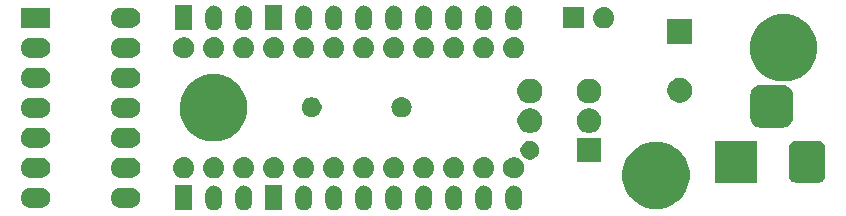
<source format=gbr>
G04 #@! TF.GenerationSoftware,KiCad,Pcbnew,(5.1.4)-1*
G04 #@! TF.CreationDate,2019-11-22T13:16:02+01:00*
G04 #@! TF.ProjectId,ArtNetNode1.2,4172744e-6574-44e6-9f64-65312e322e6b,rev?*
G04 #@! TF.SameCoordinates,Original*
G04 #@! TF.FileFunction,Soldermask,Top*
G04 #@! TF.FilePolarity,Negative*
%FSLAX46Y46*%
G04 Gerber Fmt 4.6, Leading zero omitted, Abs format (unit mm)*
G04 Created by KiCad (PCBNEW (5.1.4)-1) date 2019-11-22 13:16:02*
%MOMM*%
%LPD*%
G04 APERTURE LIST*
%ADD10C,0.100000*%
G04 APERTURE END LIST*
D10*
G36*
X177947420Y-72619143D02*
G01*
X178079556Y-72659227D01*
X178079558Y-72659228D01*
X178201338Y-72724320D01*
X178201340Y-72724321D01*
X178201339Y-72724321D01*
X178308080Y-72811920D01*
X178315789Y-72821314D01*
X178395680Y-72918661D01*
X178411894Y-72948996D01*
X178460773Y-73040443D01*
X178500857Y-73172579D01*
X178511000Y-73275568D01*
X178511000Y-74044432D01*
X178500857Y-74147421D01*
X178465292Y-74264659D01*
X178460772Y-74279559D01*
X178395680Y-74401339D01*
X178308080Y-74508080D01*
X178201339Y-74595680D01*
X178182031Y-74606000D01*
X178079557Y-74660773D01*
X177947421Y-74700857D01*
X177810000Y-74714391D01*
X177672580Y-74700857D01*
X177540444Y-74660773D01*
X177437970Y-74606000D01*
X177418662Y-74595680D01*
X177311921Y-74508080D01*
X177224321Y-74401339D01*
X177159229Y-74279559D01*
X177154709Y-74264659D01*
X177119143Y-74147421D01*
X177109000Y-74044432D01*
X177109000Y-73275569D01*
X177119143Y-73172580D01*
X177159227Y-73040444D01*
X177159229Y-73040441D01*
X177224320Y-72918662D01*
X177240029Y-72899520D01*
X177311920Y-72811920D01*
X177418660Y-72724321D01*
X177418659Y-72724321D01*
X177418661Y-72724320D01*
X177540441Y-72659228D01*
X177540443Y-72659227D01*
X177672579Y-72619143D01*
X177810000Y-72605609D01*
X177947420Y-72619143D01*
X177947420Y-72619143D01*
G37*
G36*
X180487420Y-72619143D02*
G01*
X180619556Y-72659227D01*
X180619558Y-72659228D01*
X180741338Y-72724320D01*
X180741340Y-72724321D01*
X180741339Y-72724321D01*
X180848080Y-72811920D01*
X180855789Y-72821314D01*
X180935680Y-72918661D01*
X180951894Y-72948996D01*
X181000773Y-73040443D01*
X181040857Y-73172579D01*
X181051000Y-73275568D01*
X181051000Y-74044432D01*
X181040857Y-74147421D01*
X181005292Y-74264659D01*
X181000772Y-74279559D01*
X180935680Y-74401339D01*
X180848080Y-74508080D01*
X180741339Y-74595680D01*
X180722031Y-74606000D01*
X180619557Y-74660773D01*
X180487421Y-74700857D01*
X180350000Y-74714391D01*
X180212580Y-74700857D01*
X180080444Y-74660773D01*
X179977970Y-74606000D01*
X179958662Y-74595680D01*
X179851921Y-74508080D01*
X179764321Y-74401339D01*
X179699229Y-74279559D01*
X179694709Y-74264659D01*
X179659143Y-74147421D01*
X179649000Y-74044432D01*
X179649000Y-73275569D01*
X179659143Y-73172580D01*
X179699227Y-73040444D01*
X179699229Y-73040441D01*
X179764320Y-72918662D01*
X179780029Y-72899520D01*
X179851920Y-72811920D01*
X179958660Y-72724321D01*
X179958659Y-72724321D01*
X179958661Y-72724320D01*
X180080441Y-72659228D01*
X180080443Y-72659227D01*
X180212579Y-72619143D01*
X180350000Y-72605609D01*
X180487420Y-72619143D01*
X180487420Y-72619143D01*
G37*
G36*
X185567420Y-72619143D02*
G01*
X185699556Y-72659227D01*
X185699558Y-72659228D01*
X185821338Y-72724320D01*
X185821340Y-72724321D01*
X185821339Y-72724321D01*
X185928080Y-72811920D01*
X185935789Y-72821314D01*
X186015680Y-72918661D01*
X186031894Y-72948996D01*
X186080773Y-73040443D01*
X186120857Y-73172579D01*
X186131000Y-73275568D01*
X186131000Y-74044432D01*
X186120857Y-74147421D01*
X186085292Y-74264659D01*
X186080772Y-74279559D01*
X186015680Y-74401339D01*
X185928080Y-74508080D01*
X185821339Y-74595680D01*
X185802031Y-74606000D01*
X185699557Y-74660773D01*
X185567421Y-74700857D01*
X185430000Y-74714391D01*
X185292580Y-74700857D01*
X185160444Y-74660773D01*
X185057970Y-74606000D01*
X185038662Y-74595680D01*
X184931921Y-74508080D01*
X184844321Y-74401339D01*
X184779229Y-74279559D01*
X184774709Y-74264659D01*
X184739143Y-74147421D01*
X184729000Y-74044432D01*
X184729000Y-73275569D01*
X184739143Y-73172580D01*
X184779227Y-73040444D01*
X184779229Y-73040441D01*
X184844320Y-72918662D01*
X184860029Y-72899520D01*
X184931920Y-72811920D01*
X185038660Y-72724321D01*
X185038659Y-72724321D01*
X185038661Y-72724320D01*
X185160441Y-72659228D01*
X185160443Y-72659227D01*
X185292579Y-72619143D01*
X185430000Y-72605609D01*
X185567420Y-72619143D01*
X185567420Y-72619143D01*
G37*
G36*
X188107420Y-72619143D02*
G01*
X188239556Y-72659227D01*
X188239558Y-72659228D01*
X188361338Y-72724320D01*
X188361340Y-72724321D01*
X188361339Y-72724321D01*
X188468080Y-72811920D01*
X188475789Y-72821314D01*
X188555680Y-72918661D01*
X188571894Y-72948996D01*
X188620773Y-73040443D01*
X188660857Y-73172579D01*
X188671000Y-73275568D01*
X188671000Y-74044432D01*
X188660857Y-74147421D01*
X188625292Y-74264659D01*
X188620772Y-74279559D01*
X188555680Y-74401339D01*
X188468080Y-74508080D01*
X188361339Y-74595680D01*
X188342031Y-74606000D01*
X188239557Y-74660773D01*
X188107421Y-74700857D01*
X187970000Y-74714391D01*
X187832580Y-74700857D01*
X187700444Y-74660773D01*
X187597970Y-74606000D01*
X187578662Y-74595680D01*
X187471921Y-74508080D01*
X187384321Y-74401339D01*
X187319229Y-74279559D01*
X187314709Y-74264659D01*
X187279143Y-74147421D01*
X187269000Y-74044432D01*
X187269000Y-73275569D01*
X187279143Y-73172580D01*
X187319227Y-73040444D01*
X187319229Y-73040441D01*
X187384320Y-72918662D01*
X187400029Y-72899520D01*
X187471920Y-72811920D01*
X187578660Y-72724321D01*
X187578659Y-72724321D01*
X187578661Y-72724320D01*
X187700441Y-72659228D01*
X187700443Y-72659227D01*
X187832579Y-72619143D01*
X187970000Y-72605609D01*
X188107420Y-72619143D01*
X188107420Y-72619143D01*
G37*
G36*
X190647420Y-72619143D02*
G01*
X190779556Y-72659227D01*
X190779558Y-72659228D01*
X190901338Y-72724320D01*
X190901340Y-72724321D01*
X190901339Y-72724321D01*
X191008080Y-72811920D01*
X191015789Y-72821314D01*
X191095680Y-72918661D01*
X191111894Y-72948996D01*
X191160773Y-73040443D01*
X191200857Y-73172579D01*
X191211000Y-73275568D01*
X191211000Y-74044432D01*
X191200857Y-74147421D01*
X191165292Y-74264659D01*
X191160772Y-74279559D01*
X191095680Y-74401339D01*
X191008080Y-74508080D01*
X190901339Y-74595680D01*
X190882031Y-74606000D01*
X190779557Y-74660773D01*
X190647421Y-74700857D01*
X190510000Y-74714391D01*
X190372580Y-74700857D01*
X190240444Y-74660773D01*
X190137970Y-74606000D01*
X190118662Y-74595680D01*
X190011921Y-74508080D01*
X189924321Y-74401339D01*
X189859229Y-74279559D01*
X189854709Y-74264659D01*
X189819143Y-74147421D01*
X189809000Y-74044432D01*
X189809000Y-73275569D01*
X189819143Y-73172580D01*
X189859227Y-73040444D01*
X189859229Y-73040441D01*
X189924320Y-72918662D01*
X189940029Y-72899520D01*
X190011920Y-72811920D01*
X190118660Y-72724321D01*
X190118659Y-72724321D01*
X190118661Y-72724320D01*
X190240441Y-72659228D01*
X190240443Y-72659227D01*
X190372579Y-72619143D01*
X190510000Y-72605609D01*
X190647420Y-72619143D01*
X190647420Y-72619143D01*
G37*
G36*
X193187420Y-72619143D02*
G01*
X193319556Y-72659227D01*
X193319558Y-72659228D01*
X193441338Y-72724320D01*
X193441340Y-72724321D01*
X193441339Y-72724321D01*
X193548080Y-72811920D01*
X193555789Y-72821314D01*
X193635680Y-72918661D01*
X193651894Y-72948996D01*
X193700773Y-73040443D01*
X193740857Y-73172579D01*
X193751000Y-73275568D01*
X193751000Y-74044432D01*
X193740857Y-74147421D01*
X193705292Y-74264659D01*
X193700772Y-74279559D01*
X193635680Y-74401339D01*
X193548080Y-74508080D01*
X193441339Y-74595680D01*
X193422031Y-74606000D01*
X193319557Y-74660773D01*
X193187421Y-74700857D01*
X193050000Y-74714391D01*
X192912580Y-74700857D01*
X192780444Y-74660773D01*
X192677970Y-74606000D01*
X192658662Y-74595680D01*
X192551921Y-74508080D01*
X192464321Y-74401339D01*
X192399229Y-74279559D01*
X192394709Y-74264659D01*
X192359143Y-74147421D01*
X192349000Y-74044432D01*
X192349000Y-73275569D01*
X192359143Y-73172580D01*
X192399227Y-73040444D01*
X192399229Y-73040441D01*
X192464320Y-72918662D01*
X192480029Y-72899520D01*
X192551920Y-72811920D01*
X192658660Y-72724321D01*
X192658659Y-72724321D01*
X192658661Y-72724320D01*
X192780441Y-72659228D01*
X192780443Y-72659227D01*
X192912579Y-72619143D01*
X193050000Y-72605609D01*
X193187420Y-72619143D01*
X193187420Y-72619143D01*
G37*
G36*
X195727420Y-72619143D02*
G01*
X195859556Y-72659227D01*
X195859558Y-72659228D01*
X195981338Y-72724320D01*
X195981340Y-72724321D01*
X195981339Y-72724321D01*
X196088080Y-72811920D01*
X196095789Y-72821314D01*
X196175680Y-72918661D01*
X196191894Y-72948996D01*
X196240773Y-73040443D01*
X196280857Y-73172579D01*
X196291000Y-73275568D01*
X196291000Y-74044432D01*
X196280857Y-74147421D01*
X196245292Y-74264659D01*
X196240772Y-74279559D01*
X196175680Y-74401339D01*
X196088080Y-74508080D01*
X195981339Y-74595680D01*
X195962031Y-74606000D01*
X195859557Y-74660773D01*
X195727421Y-74700857D01*
X195590000Y-74714391D01*
X195452580Y-74700857D01*
X195320444Y-74660773D01*
X195217970Y-74606000D01*
X195198662Y-74595680D01*
X195091921Y-74508080D01*
X195004321Y-74401339D01*
X194939229Y-74279559D01*
X194934709Y-74264659D01*
X194899143Y-74147421D01*
X194889000Y-74044432D01*
X194889000Y-73275569D01*
X194899143Y-73172580D01*
X194939227Y-73040444D01*
X194939229Y-73040441D01*
X195004320Y-72918662D01*
X195020029Y-72899520D01*
X195091920Y-72811920D01*
X195198660Y-72724321D01*
X195198659Y-72724321D01*
X195198661Y-72724320D01*
X195320441Y-72659228D01*
X195320443Y-72659227D01*
X195452579Y-72619143D01*
X195590000Y-72605609D01*
X195727420Y-72619143D01*
X195727420Y-72619143D01*
G37*
G36*
X203347420Y-72619143D02*
G01*
X203479556Y-72659227D01*
X203479558Y-72659228D01*
X203601338Y-72724320D01*
X203601340Y-72724321D01*
X203601339Y-72724321D01*
X203708080Y-72811920D01*
X203715789Y-72821314D01*
X203795680Y-72918661D01*
X203811894Y-72948996D01*
X203860773Y-73040443D01*
X203900857Y-73172579D01*
X203911000Y-73275568D01*
X203911000Y-74044432D01*
X203900857Y-74147421D01*
X203865292Y-74264659D01*
X203860772Y-74279559D01*
X203795680Y-74401339D01*
X203708080Y-74508080D01*
X203601339Y-74595680D01*
X203582031Y-74606000D01*
X203479557Y-74660773D01*
X203347421Y-74700857D01*
X203210000Y-74714391D01*
X203072580Y-74700857D01*
X202940444Y-74660773D01*
X202837970Y-74606000D01*
X202818662Y-74595680D01*
X202711921Y-74508080D01*
X202624321Y-74401339D01*
X202559229Y-74279559D01*
X202554709Y-74264659D01*
X202519143Y-74147421D01*
X202509000Y-74044432D01*
X202509000Y-73275569D01*
X202519143Y-73172580D01*
X202559227Y-73040444D01*
X202559229Y-73040441D01*
X202624320Y-72918662D01*
X202640029Y-72899520D01*
X202711920Y-72811920D01*
X202818660Y-72724321D01*
X202818659Y-72724321D01*
X202818661Y-72724320D01*
X202940441Y-72659228D01*
X202940443Y-72659227D01*
X203072579Y-72619143D01*
X203210000Y-72605609D01*
X203347420Y-72619143D01*
X203347420Y-72619143D01*
G37*
G36*
X198267420Y-72619143D02*
G01*
X198399556Y-72659227D01*
X198399558Y-72659228D01*
X198521338Y-72724320D01*
X198521340Y-72724321D01*
X198521339Y-72724321D01*
X198628080Y-72811920D01*
X198635789Y-72821314D01*
X198715680Y-72918661D01*
X198731894Y-72948996D01*
X198780773Y-73040443D01*
X198820857Y-73172579D01*
X198831000Y-73275568D01*
X198831000Y-74044432D01*
X198820857Y-74147421D01*
X198785292Y-74264659D01*
X198780772Y-74279559D01*
X198715680Y-74401339D01*
X198628080Y-74508080D01*
X198521339Y-74595680D01*
X198502031Y-74606000D01*
X198399557Y-74660773D01*
X198267421Y-74700857D01*
X198130000Y-74714391D01*
X197992580Y-74700857D01*
X197860444Y-74660773D01*
X197757970Y-74606000D01*
X197738662Y-74595680D01*
X197631921Y-74508080D01*
X197544321Y-74401339D01*
X197479229Y-74279559D01*
X197474709Y-74264659D01*
X197439143Y-74147421D01*
X197429000Y-74044432D01*
X197429000Y-73275569D01*
X197439143Y-73172580D01*
X197479227Y-73040444D01*
X197479229Y-73040441D01*
X197544320Y-72918662D01*
X197560029Y-72899520D01*
X197631920Y-72811920D01*
X197738660Y-72724321D01*
X197738659Y-72724321D01*
X197738661Y-72724320D01*
X197860441Y-72659228D01*
X197860443Y-72659227D01*
X197992579Y-72619143D01*
X198130000Y-72605609D01*
X198267420Y-72619143D01*
X198267420Y-72619143D01*
G37*
G36*
X200807420Y-72619143D02*
G01*
X200939556Y-72659227D01*
X200939558Y-72659228D01*
X201061338Y-72724320D01*
X201061340Y-72724321D01*
X201061339Y-72724321D01*
X201168080Y-72811920D01*
X201175789Y-72821314D01*
X201255680Y-72918661D01*
X201271894Y-72948996D01*
X201320773Y-73040443D01*
X201360857Y-73172579D01*
X201371000Y-73275568D01*
X201371000Y-74044432D01*
X201360857Y-74147421D01*
X201325292Y-74264659D01*
X201320772Y-74279559D01*
X201255680Y-74401339D01*
X201168080Y-74508080D01*
X201061339Y-74595680D01*
X201042031Y-74606000D01*
X200939557Y-74660773D01*
X200807421Y-74700857D01*
X200670000Y-74714391D01*
X200532580Y-74700857D01*
X200400444Y-74660773D01*
X200297970Y-74606000D01*
X200278662Y-74595680D01*
X200171921Y-74508080D01*
X200084321Y-74401339D01*
X200019229Y-74279559D01*
X200014709Y-74264659D01*
X199979143Y-74147421D01*
X199969000Y-74044432D01*
X199969000Y-73275569D01*
X199979143Y-73172580D01*
X200019227Y-73040444D01*
X200019229Y-73040441D01*
X200084320Y-72918662D01*
X200100029Y-72899520D01*
X200171920Y-72811920D01*
X200278660Y-72724321D01*
X200278659Y-72724321D01*
X200278661Y-72724320D01*
X200400441Y-72659228D01*
X200400443Y-72659227D01*
X200532579Y-72619143D01*
X200670000Y-72605609D01*
X200807420Y-72619143D01*
X200807420Y-72619143D01*
G37*
G36*
X175971000Y-74711000D02*
G01*
X174569000Y-74711000D01*
X174569000Y-72609000D01*
X175971000Y-72609000D01*
X175971000Y-74711000D01*
X175971000Y-74711000D01*
G37*
G36*
X183591000Y-74711000D02*
G01*
X182189000Y-74711000D01*
X182189000Y-72609000D01*
X183591000Y-72609000D01*
X183591000Y-74711000D01*
X183591000Y-74711000D01*
G37*
G36*
X215576778Y-68910162D02*
G01*
X216096606Y-69013562D01*
X216615455Y-69228476D01*
X216900125Y-69418687D01*
X217066927Y-69530140D01*
X217082407Y-69540484D01*
X217479516Y-69937593D01*
X217791524Y-70404545D01*
X218006438Y-70923394D01*
X218045545Y-71120000D01*
X218114462Y-71466466D01*
X218116000Y-71474201D01*
X218116000Y-72035799D01*
X218006438Y-72586606D01*
X217791524Y-73105455D01*
X217541579Y-73479524D01*
X217479517Y-73572406D01*
X217082406Y-73969517D01*
X216989524Y-74031579D01*
X216615455Y-74281524D01*
X216096606Y-74496438D01*
X215545800Y-74606000D01*
X214984200Y-74606000D01*
X214433394Y-74496438D01*
X213914545Y-74281524D01*
X213540476Y-74031579D01*
X213447594Y-73969517D01*
X213050483Y-73572406D01*
X212988421Y-73479524D01*
X212738476Y-73105455D01*
X212523562Y-72586606D01*
X212414000Y-72035799D01*
X212414000Y-71474201D01*
X212415539Y-71466466D01*
X212484455Y-71120000D01*
X212523562Y-70923394D01*
X212738476Y-70404545D01*
X213050484Y-69937593D01*
X213447593Y-69540484D01*
X213463074Y-69530140D01*
X213629875Y-69418687D01*
X213914545Y-69228476D01*
X214433394Y-69013562D01*
X214953222Y-68910162D01*
X214984200Y-68904000D01*
X215545800Y-68904000D01*
X215576778Y-68910162D01*
X215576778Y-68910162D01*
G37*
G36*
X163292623Y-72821313D02*
G01*
X163453042Y-72869976D01*
X163544123Y-72918660D01*
X163600878Y-72948996D01*
X163730459Y-73055341D01*
X163836804Y-73184922D01*
X163836805Y-73184924D01*
X163915824Y-73332758D01*
X163964487Y-73493177D01*
X163980917Y-73660000D01*
X163964487Y-73826823D01*
X163915824Y-73987242D01*
X163885257Y-74044429D01*
X163836804Y-74135078D01*
X163730459Y-74264659D01*
X163600878Y-74371004D01*
X163600876Y-74371005D01*
X163453042Y-74450024D01*
X163292623Y-74498687D01*
X163167604Y-74511000D01*
X162283996Y-74511000D01*
X162158977Y-74498687D01*
X161998558Y-74450024D01*
X161850724Y-74371005D01*
X161850722Y-74371004D01*
X161721141Y-74264659D01*
X161614796Y-74135078D01*
X161566343Y-74044429D01*
X161535776Y-73987242D01*
X161487113Y-73826823D01*
X161470683Y-73660000D01*
X161487113Y-73493177D01*
X161535776Y-73332758D01*
X161614795Y-73184924D01*
X161614796Y-73184922D01*
X161721141Y-73055341D01*
X161850722Y-72948996D01*
X161907477Y-72918660D01*
X161998558Y-72869976D01*
X162158977Y-72821313D01*
X162283996Y-72809000D01*
X163167604Y-72809000D01*
X163292623Y-72821313D01*
X163292623Y-72821313D01*
G37*
G36*
X170912623Y-72821313D02*
G01*
X171073042Y-72869976D01*
X171164123Y-72918660D01*
X171220878Y-72948996D01*
X171350459Y-73055341D01*
X171456804Y-73184922D01*
X171456805Y-73184924D01*
X171535824Y-73332758D01*
X171584487Y-73493177D01*
X171600917Y-73660000D01*
X171584487Y-73826823D01*
X171535824Y-73987242D01*
X171505257Y-74044429D01*
X171456804Y-74135078D01*
X171350459Y-74264659D01*
X171220878Y-74371004D01*
X171220876Y-74371005D01*
X171073042Y-74450024D01*
X170912623Y-74498687D01*
X170787604Y-74511000D01*
X169903996Y-74511000D01*
X169778977Y-74498687D01*
X169618558Y-74450024D01*
X169470724Y-74371005D01*
X169470722Y-74371004D01*
X169341141Y-74264659D01*
X169234796Y-74135078D01*
X169186343Y-74044429D01*
X169155776Y-73987242D01*
X169107113Y-73826823D01*
X169090683Y-73660000D01*
X169107113Y-73493177D01*
X169155776Y-73332758D01*
X169234795Y-73184924D01*
X169234796Y-73184922D01*
X169341141Y-73055341D01*
X169470722Y-72948996D01*
X169527477Y-72918660D01*
X169618558Y-72869976D01*
X169778977Y-72821313D01*
X169903996Y-72809000D01*
X170787604Y-72809000D01*
X170912623Y-72821313D01*
X170912623Y-72821313D01*
G37*
G36*
X229020979Y-68825293D02*
G01*
X229154625Y-68865834D01*
X229277784Y-68931664D01*
X229385740Y-69020260D01*
X229474336Y-69128216D01*
X229540166Y-69251375D01*
X229580707Y-69385021D01*
X229595000Y-69530140D01*
X229595000Y-71693860D01*
X229580707Y-71838979D01*
X229540166Y-71972625D01*
X229474336Y-72095784D01*
X229385740Y-72203740D01*
X229277784Y-72292336D01*
X229154625Y-72358166D01*
X229020979Y-72398707D01*
X228875860Y-72413000D01*
X227212140Y-72413000D01*
X227067021Y-72398707D01*
X226933375Y-72358166D01*
X226810216Y-72292336D01*
X226702260Y-72203740D01*
X226613664Y-72095784D01*
X226547834Y-71972625D01*
X226507293Y-71838979D01*
X226493000Y-71693860D01*
X226493000Y-69530140D01*
X226507293Y-69385021D01*
X226547834Y-69251375D01*
X226613664Y-69128216D01*
X226702260Y-69020260D01*
X226810216Y-68931664D01*
X226933375Y-68865834D01*
X227067021Y-68825293D01*
X227212140Y-68811000D01*
X228875860Y-68811000D01*
X229020979Y-68825293D01*
X229020979Y-68825293D01*
G37*
G36*
X223845000Y-72413000D02*
G01*
X220243000Y-72413000D01*
X220243000Y-68811000D01*
X223845000Y-68811000D01*
X223845000Y-72413000D01*
X223845000Y-72413000D01*
G37*
G36*
X200770442Y-70225518D02*
G01*
X200836627Y-70232037D01*
X201006466Y-70283557D01*
X201162991Y-70367222D01*
X201191013Y-70390219D01*
X201300186Y-70479814D01*
X201383448Y-70581271D01*
X201412778Y-70617009D01*
X201496443Y-70773534D01*
X201547963Y-70943373D01*
X201565359Y-71120000D01*
X201547963Y-71296627D01*
X201496443Y-71466466D01*
X201412778Y-71622991D01*
X201383448Y-71658729D01*
X201300186Y-71760186D01*
X201204175Y-71838979D01*
X201162991Y-71872778D01*
X201006466Y-71956443D01*
X200836627Y-72007963D01*
X200770443Y-72014481D01*
X200704260Y-72021000D01*
X200615740Y-72021000D01*
X200549557Y-72014481D01*
X200483373Y-72007963D01*
X200313534Y-71956443D01*
X200157009Y-71872778D01*
X200115825Y-71838979D01*
X200019814Y-71760186D01*
X199936552Y-71658729D01*
X199907222Y-71622991D01*
X199823557Y-71466466D01*
X199772037Y-71296627D01*
X199754641Y-71120000D01*
X199772037Y-70943373D01*
X199823557Y-70773534D01*
X199907222Y-70617009D01*
X199936552Y-70581271D01*
X200019814Y-70479814D01*
X200128987Y-70390219D01*
X200157009Y-70367222D01*
X200313534Y-70283557D01*
X200483373Y-70232037D01*
X200549558Y-70225518D01*
X200615740Y-70219000D01*
X200704260Y-70219000D01*
X200770442Y-70225518D01*
X200770442Y-70225518D01*
G37*
G36*
X203313512Y-70223927D02*
G01*
X203462812Y-70253624D01*
X203626784Y-70321544D01*
X203774354Y-70420147D01*
X203899853Y-70545646D01*
X203998456Y-70693216D01*
X204066376Y-70857188D01*
X204101000Y-71031259D01*
X204101000Y-71208741D01*
X204066376Y-71382812D01*
X203998456Y-71546784D01*
X203899853Y-71694354D01*
X203774354Y-71819853D01*
X203626784Y-71918456D01*
X203462812Y-71986376D01*
X203313512Y-72016073D01*
X203288742Y-72021000D01*
X203111258Y-72021000D01*
X203086488Y-72016073D01*
X202937188Y-71986376D01*
X202773216Y-71918456D01*
X202625646Y-71819853D01*
X202500147Y-71694354D01*
X202401544Y-71546784D01*
X202333624Y-71382812D01*
X202299000Y-71208741D01*
X202299000Y-71031259D01*
X202333624Y-70857188D01*
X202401544Y-70693216D01*
X202500147Y-70545646D01*
X202625646Y-70420147D01*
X202773216Y-70321544D01*
X202937188Y-70253624D01*
X203086488Y-70223927D01*
X203111258Y-70219000D01*
X203288742Y-70219000D01*
X203313512Y-70223927D01*
X203313512Y-70223927D01*
G37*
G36*
X180450442Y-70225518D02*
G01*
X180516627Y-70232037D01*
X180686466Y-70283557D01*
X180842991Y-70367222D01*
X180871013Y-70390219D01*
X180980186Y-70479814D01*
X181063448Y-70581271D01*
X181092778Y-70617009D01*
X181176443Y-70773534D01*
X181227963Y-70943373D01*
X181245359Y-71120000D01*
X181227963Y-71296627D01*
X181176443Y-71466466D01*
X181092778Y-71622991D01*
X181063448Y-71658729D01*
X180980186Y-71760186D01*
X180884175Y-71838979D01*
X180842991Y-71872778D01*
X180686466Y-71956443D01*
X180516627Y-72007963D01*
X180450443Y-72014481D01*
X180384260Y-72021000D01*
X180295740Y-72021000D01*
X180229557Y-72014481D01*
X180163373Y-72007963D01*
X179993534Y-71956443D01*
X179837009Y-71872778D01*
X179795825Y-71838979D01*
X179699814Y-71760186D01*
X179616552Y-71658729D01*
X179587222Y-71622991D01*
X179503557Y-71466466D01*
X179452037Y-71296627D01*
X179434641Y-71120000D01*
X179452037Y-70943373D01*
X179503557Y-70773534D01*
X179587222Y-70617009D01*
X179616552Y-70581271D01*
X179699814Y-70479814D01*
X179808987Y-70390219D01*
X179837009Y-70367222D01*
X179993534Y-70283557D01*
X180163373Y-70232037D01*
X180229558Y-70225518D01*
X180295740Y-70219000D01*
X180384260Y-70219000D01*
X180450442Y-70225518D01*
X180450442Y-70225518D01*
G37*
G36*
X198230442Y-70225518D02*
G01*
X198296627Y-70232037D01*
X198466466Y-70283557D01*
X198622991Y-70367222D01*
X198651013Y-70390219D01*
X198760186Y-70479814D01*
X198843448Y-70581271D01*
X198872778Y-70617009D01*
X198956443Y-70773534D01*
X199007963Y-70943373D01*
X199025359Y-71120000D01*
X199007963Y-71296627D01*
X198956443Y-71466466D01*
X198872778Y-71622991D01*
X198843448Y-71658729D01*
X198760186Y-71760186D01*
X198664175Y-71838979D01*
X198622991Y-71872778D01*
X198466466Y-71956443D01*
X198296627Y-72007963D01*
X198230443Y-72014481D01*
X198164260Y-72021000D01*
X198075740Y-72021000D01*
X198009557Y-72014481D01*
X197943373Y-72007963D01*
X197773534Y-71956443D01*
X197617009Y-71872778D01*
X197575825Y-71838979D01*
X197479814Y-71760186D01*
X197396552Y-71658729D01*
X197367222Y-71622991D01*
X197283557Y-71466466D01*
X197232037Y-71296627D01*
X197214641Y-71120000D01*
X197232037Y-70943373D01*
X197283557Y-70773534D01*
X197367222Y-70617009D01*
X197396552Y-70581271D01*
X197479814Y-70479814D01*
X197588987Y-70390219D01*
X197617009Y-70367222D01*
X197773534Y-70283557D01*
X197943373Y-70232037D01*
X198009558Y-70225518D01*
X198075740Y-70219000D01*
X198164260Y-70219000D01*
X198230442Y-70225518D01*
X198230442Y-70225518D01*
G37*
G36*
X195690442Y-70225518D02*
G01*
X195756627Y-70232037D01*
X195926466Y-70283557D01*
X196082991Y-70367222D01*
X196111013Y-70390219D01*
X196220186Y-70479814D01*
X196303448Y-70581271D01*
X196332778Y-70617009D01*
X196416443Y-70773534D01*
X196467963Y-70943373D01*
X196485359Y-71120000D01*
X196467963Y-71296627D01*
X196416443Y-71466466D01*
X196332778Y-71622991D01*
X196303448Y-71658729D01*
X196220186Y-71760186D01*
X196124175Y-71838979D01*
X196082991Y-71872778D01*
X195926466Y-71956443D01*
X195756627Y-72007963D01*
X195690443Y-72014481D01*
X195624260Y-72021000D01*
X195535740Y-72021000D01*
X195469557Y-72014481D01*
X195403373Y-72007963D01*
X195233534Y-71956443D01*
X195077009Y-71872778D01*
X195035825Y-71838979D01*
X194939814Y-71760186D01*
X194856552Y-71658729D01*
X194827222Y-71622991D01*
X194743557Y-71466466D01*
X194692037Y-71296627D01*
X194674641Y-71120000D01*
X194692037Y-70943373D01*
X194743557Y-70773534D01*
X194827222Y-70617009D01*
X194856552Y-70581271D01*
X194939814Y-70479814D01*
X195048987Y-70390219D01*
X195077009Y-70367222D01*
X195233534Y-70283557D01*
X195403373Y-70232037D01*
X195469558Y-70225518D01*
X195535740Y-70219000D01*
X195624260Y-70219000D01*
X195690442Y-70225518D01*
X195690442Y-70225518D01*
G37*
G36*
X193150442Y-70225518D02*
G01*
X193216627Y-70232037D01*
X193386466Y-70283557D01*
X193542991Y-70367222D01*
X193571013Y-70390219D01*
X193680186Y-70479814D01*
X193763448Y-70581271D01*
X193792778Y-70617009D01*
X193876443Y-70773534D01*
X193927963Y-70943373D01*
X193945359Y-71120000D01*
X193927963Y-71296627D01*
X193876443Y-71466466D01*
X193792778Y-71622991D01*
X193763448Y-71658729D01*
X193680186Y-71760186D01*
X193584175Y-71838979D01*
X193542991Y-71872778D01*
X193386466Y-71956443D01*
X193216627Y-72007963D01*
X193150443Y-72014481D01*
X193084260Y-72021000D01*
X192995740Y-72021000D01*
X192929557Y-72014481D01*
X192863373Y-72007963D01*
X192693534Y-71956443D01*
X192537009Y-71872778D01*
X192495825Y-71838979D01*
X192399814Y-71760186D01*
X192316552Y-71658729D01*
X192287222Y-71622991D01*
X192203557Y-71466466D01*
X192152037Y-71296627D01*
X192134641Y-71120000D01*
X192152037Y-70943373D01*
X192203557Y-70773534D01*
X192287222Y-70617009D01*
X192316552Y-70581271D01*
X192399814Y-70479814D01*
X192508987Y-70390219D01*
X192537009Y-70367222D01*
X192693534Y-70283557D01*
X192863373Y-70232037D01*
X192929558Y-70225518D01*
X192995740Y-70219000D01*
X193084260Y-70219000D01*
X193150442Y-70225518D01*
X193150442Y-70225518D01*
G37*
G36*
X190610442Y-70225518D02*
G01*
X190676627Y-70232037D01*
X190846466Y-70283557D01*
X191002991Y-70367222D01*
X191031013Y-70390219D01*
X191140186Y-70479814D01*
X191223448Y-70581271D01*
X191252778Y-70617009D01*
X191336443Y-70773534D01*
X191387963Y-70943373D01*
X191405359Y-71120000D01*
X191387963Y-71296627D01*
X191336443Y-71466466D01*
X191252778Y-71622991D01*
X191223448Y-71658729D01*
X191140186Y-71760186D01*
X191044175Y-71838979D01*
X191002991Y-71872778D01*
X190846466Y-71956443D01*
X190676627Y-72007963D01*
X190610443Y-72014481D01*
X190544260Y-72021000D01*
X190455740Y-72021000D01*
X190389557Y-72014481D01*
X190323373Y-72007963D01*
X190153534Y-71956443D01*
X189997009Y-71872778D01*
X189955825Y-71838979D01*
X189859814Y-71760186D01*
X189776552Y-71658729D01*
X189747222Y-71622991D01*
X189663557Y-71466466D01*
X189612037Y-71296627D01*
X189594641Y-71120000D01*
X189612037Y-70943373D01*
X189663557Y-70773534D01*
X189747222Y-70617009D01*
X189776552Y-70581271D01*
X189859814Y-70479814D01*
X189968987Y-70390219D01*
X189997009Y-70367222D01*
X190153534Y-70283557D01*
X190323373Y-70232037D01*
X190389558Y-70225518D01*
X190455740Y-70219000D01*
X190544260Y-70219000D01*
X190610442Y-70225518D01*
X190610442Y-70225518D01*
G37*
G36*
X188070442Y-70225518D02*
G01*
X188136627Y-70232037D01*
X188306466Y-70283557D01*
X188462991Y-70367222D01*
X188491013Y-70390219D01*
X188600186Y-70479814D01*
X188683448Y-70581271D01*
X188712778Y-70617009D01*
X188796443Y-70773534D01*
X188847963Y-70943373D01*
X188865359Y-71120000D01*
X188847963Y-71296627D01*
X188796443Y-71466466D01*
X188712778Y-71622991D01*
X188683448Y-71658729D01*
X188600186Y-71760186D01*
X188504175Y-71838979D01*
X188462991Y-71872778D01*
X188306466Y-71956443D01*
X188136627Y-72007963D01*
X188070443Y-72014481D01*
X188004260Y-72021000D01*
X187915740Y-72021000D01*
X187849557Y-72014481D01*
X187783373Y-72007963D01*
X187613534Y-71956443D01*
X187457009Y-71872778D01*
X187415825Y-71838979D01*
X187319814Y-71760186D01*
X187236552Y-71658729D01*
X187207222Y-71622991D01*
X187123557Y-71466466D01*
X187072037Y-71296627D01*
X187054641Y-71120000D01*
X187072037Y-70943373D01*
X187123557Y-70773534D01*
X187207222Y-70617009D01*
X187236552Y-70581271D01*
X187319814Y-70479814D01*
X187428987Y-70390219D01*
X187457009Y-70367222D01*
X187613534Y-70283557D01*
X187783373Y-70232037D01*
X187849558Y-70225518D01*
X187915740Y-70219000D01*
X188004260Y-70219000D01*
X188070442Y-70225518D01*
X188070442Y-70225518D01*
G37*
G36*
X185530442Y-70225518D02*
G01*
X185596627Y-70232037D01*
X185766466Y-70283557D01*
X185922991Y-70367222D01*
X185951013Y-70390219D01*
X186060186Y-70479814D01*
X186143448Y-70581271D01*
X186172778Y-70617009D01*
X186256443Y-70773534D01*
X186307963Y-70943373D01*
X186325359Y-71120000D01*
X186307963Y-71296627D01*
X186256443Y-71466466D01*
X186172778Y-71622991D01*
X186143448Y-71658729D01*
X186060186Y-71760186D01*
X185964175Y-71838979D01*
X185922991Y-71872778D01*
X185766466Y-71956443D01*
X185596627Y-72007963D01*
X185530443Y-72014481D01*
X185464260Y-72021000D01*
X185375740Y-72021000D01*
X185309557Y-72014481D01*
X185243373Y-72007963D01*
X185073534Y-71956443D01*
X184917009Y-71872778D01*
X184875825Y-71838979D01*
X184779814Y-71760186D01*
X184696552Y-71658729D01*
X184667222Y-71622991D01*
X184583557Y-71466466D01*
X184532037Y-71296627D01*
X184514641Y-71120000D01*
X184532037Y-70943373D01*
X184583557Y-70773534D01*
X184667222Y-70617009D01*
X184696552Y-70581271D01*
X184779814Y-70479814D01*
X184888987Y-70390219D01*
X184917009Y-70367222D01*
X185073534Y-70283557D01*
X185243373Y-70232037D01*
X185309558Y-70225518D01*
X185375740Y-70219000D01*
X185464260Y-70219000D01*
X185530442Y-70225518D01*
X185530442Y-70225518D01*
G37*
G36*
X175370442Y-70225518D02*
G01*
X175436627Y-70232037D01*
X175606466Y-70283557D01*
X175762991Y-70367222D01*
X175791013Y-70390219D01*
X175900186Y-70479814D01*
X175983448Y-70581271D01*
X176012778Y-70617009D01*
X176096443Y-70773534D01*
X176147963Y-70943373D01*
X176165359Y-71120000D01*
X176147963Y-71296627D01*
X176096443Y-71466466D01*
X176012778Y-71622991D01*
X175983448Y-71658729D01*
X175900186Y-71760186D01*
X175804175Y-71838979D01*
X175762991Y-71872778D01*
X175606466Y-71956443D01*
X175436627Y-72007963D01*
X175370443Y-72014481D01*
X175304260Y-72021000D01*
X175215740Y-72021000D01*
X175149557Y-72014481D01*
X175083373Y-72007963D01*
X174913534Y-71956443D01*
X174757009Y-71872778D01*
X174715825Y-71838979D01*
X174619814Y-71760186D01*
X174536552Y-71658729D01*
X174507222Y-71622991D01*
X174423557Y-71466466D01*
X174372037Y-71296627D01*
X174354641Y-71120000D01*
X174372037Y-70943373D01*
X174423557Y-70773534D01*
X174507222Y-70617009D01*
X174536552Y-70581271D01*
X174619814Y-70479814D01*
X174728987Y-70390219D01*
X174757009Y-70367222D01*
X174913534Y-70283557D01*
X175083373Y-70232037D01*
X175149558Y-70225518D01*
X175215740Y-70219000D01*
X175304260Y-70219000D01*
X175370442Y-70225518D01*
X175370442Y-70225518D01*
G37*
G36*
X182990442Y-70225518D02*
G01*
X183056627Y-70232037D01*
X183226466Y-70283557D01*
X183382991Y-70367222D01*
X183411013Y-70390219D01*
X183520186Y-70479814D01*
X183603448Y-70581271D01*
X183632778Y-70617009D01*
X183716443Y-70773534D01*
X183767963Y-70943373D01*
X183785359Y-71120000D01*
X183767963Y-71296627D01*
X183716443Y-71466466D01*
X183632778Y-71622991D01*
X183603448Y-71658729D01*
X183520186Y-71760186D01*
X183424175Y-71838979D01*
X183382991Y-71872778D01*
X183226466Y-71956443D01*
X183056627Y-72007963D01*
X182990443Y-72014481D01*
X182924260Y-72021000D01*
X182835740Y-72021000D01*
X182769557Y-72014481D01*
X182703373Y-72007963D01*
X182533534Y-71956443D01*
X182377009Y-71872778D01*
X182335825Y-71838979D01*
X182239814Y-71760186D01*
X182156552Y-71658729D01*
X182127222Y-71622991D01*
X182043557Y-71466466D01*
X181992037Y-71296627D01*
X181974641Y-71120000D01*
X181992037Y-70943373D01*
X182043557Y-70773534D01*
X182127222Y-70617009D01*
X182156552Y-70581271D01*
X182239814Y-70479814D01*
X182348987Y-70390219D01*
X182377009Y-70367222D01*
X182533534Y-70283557D01*
X182703373Y-70232037D01*
X182769558Y-70225518D01*
X182835740Y-70219000D01*
X182924260Y-70219000D01*
X182990442Y-70225518D01*
X182990442Y-70225518D01*
G37*
G36*
X177910442Y-70225518D02*
G01*
X177976627Y-70232037D01*
X178146466Y-70283557D01*
X178302991Y-70367222D01*
X178331013Y-70390219D01*
X178440186Y-70479814D01*
X178523448Y-70581271D01*
X178552778Y-70617009D01*
X178636443Y-70773534D01*
X178687963Y-70943373D01*
X178705359Y-71120000D01*
X178687963Y-71296627D01*
X178636443Y-71466466D01*
X178552778Y-71622991D01*
X178523448Y-71658729D01*
X178440186Y-71760186D01*
X178344175Y-71838979D01*
X178302991Y-71872778D01*
X178146466Y-71956443D01*
X177976627Y-72007963D01*
X177910443Y-72014481D01*
X177844260Y-72021000D01*
X177755740Y-72021000D01*
X177689557Y-72014481D01*
X177623373Y-72007963D01*
X177453534Y-71956443D01*
X177297009Y-71872778D01*
X177255825Y-71838979D01*
X177159814Y-71760186D01*
X177076552Y-71658729D01*
X177047222Y-71622991D01*
X176963557Y-71466466D01*
X176912037Y-71296627D01*
X176894641Y-71120000D01*
X176912037Y-70943373D01*
X176963557Y-70773534D01*
X177047222Y-70617009D01*
X177076552Y-70581271D01*
X177159814Y-70479814D01*
X177268987Y-70390219D01*
X177297009Y-70367222D01*
X177453534Y-70283557D01*
X177623373Y-70232037D01*
X177689558Y-70225518D01*
X177755740Y-70219000D01*
X177844260Y-70219000D01*
X177910442Y-70225518D01*
X177910442Y-70225518D01*
G37*
G36*
X170912623Y-70281313D02*
G01*
X171073042Y-70329976D01*
X171205706Y-70400886D01*
X171220878Y-70408996D01*
X171350459Y-70515341D01*
X171456804Y-70644922D01*
X171456805Y-70644924D01*
X171535824Y-70792758D01*
X171584487Y-70953177D01*
X171600917Y-71120000D01*
X171584487Y-71286823D01*
X171535824Y-71447242D01*
X171464914Y-71579906D01*
X171456804Y-71595078D01*
X171350459Y-71724659D01*
X171220878Y-71831004D01*
X171220876Y-71831005D01*
X171073042Y-71910024D01*
X170912623Y-71958687D01*
X170787604Y-71971000D01*
X169903996Y-71971000D01*
X169778977Y-71958687D01*
X169618558Y-71910024D01*
X169470724Y-71831005D01*
X169470722Y-71831004D01*
X169341141Y-71724659D01*
X169234796Y-71595078D01*
X169226686Y-71579906D01*
X169155776Y-71447242D01*
X169107113Y-71286823D01*
X169090683Y-71120000D01*
X169107113Y-70953177D01*
X169155776Y-70792758D01*
X169234795Y-70644924D01*
X169234796Y-70644922D01*
X169341141Y-70515341D01*
X169470722Y-70408996D01*
X169485894Y-70400886D01*
X169618558Y-70329976D01*
X169778977Y-70281313D01*
X169903996Y-70269000D01*
X170787604Y-70269000D01*
X170912623Y-70281313D01*
X170912623Y-70281313D01*
G37*
G36*
X163292623Y-70281313D02*
G01*
X163453042Y-70329976D01*
X163585706Y-70400886D01*
X163600878Y-70408996D01*
X163730459Y-70515341D01*
X163836804Y-70644922D01*
X163836805Y-70644924D01*
X163915824Y-70792758D01*
X163964487Y-70953177D01*
X163980917Y-71120000D01*
X163964487Y-71286823D01*
X163915824Y-71447242D01*
X163844914Y-71579906D01*
X163836804Y-71595078D01*
X163730459Y-71724659D01*
X163600878Y-71831004D01*
X163600876Y-71831005D01*
X163453042Y-71910024D01*
X163292623Y-71958687D01*
X163167604Y-71971000D01*
X162283996Y-71971000D01*
X162158977Y-71958687D01*
X161998558Y-71910024D01*
X161850724Y-71831005D01*
X161850722Y-71831004D01*
X161721141Y-71724659D01*
X161614796Y-71595078D01*
X161606686Y-71579906D01*
X161535776Y-71447242D01*
X161487113Y-71286823D01*
X161470683Y-71120000D01*
X161487113Y-70953177D01*
X161535776Y-70792758D01*
X161614795Y-70644924D01*
X161614796Y-70644922D01*
X161721141Y-70515341D01*
X161850722Y-70408996D01*
X161865894Y-70400886D01*
X161998558Y-70329976D01*
X162158977Y-70281313D01*
X162283996Y-70269000D01*
X163167604Y-70269000D01*
X163292623Y-70281313D01*
X163292623Y-70281313D01*
G37*
G36*
X210631000Y-70671000D02*
G01*
X208529000Y-70671000D01*
X208529000Y-68569000D01*
X210631000Y-68569000D01*
X210631000Y-70671000D01*
X210631000Y-70671000D01*
G37*
G36*
X204813642Y-68849781D02*
G01*
X204959414Y-68910162D01*
X204959416Y-68910163D01*
X205090608Y-68997822D01*
X205202178Y-69109392D01*
X205289837Y-69240584D01*
X205289838Y-69240586D01*
X205350219Y-69386358D01*
X205381000Y-69541107D01*
X205381000Y-69698893D01*
X205350219Y-69853642D01*
X205289838Y-69999414D01*
X205289837Y-69999416D01*
X205202178Y-70130608D01*
X205090608Y-70242178D01*
X204959416Y-70329837D01*
X204959415Y-70329838D01*
X204959414Y-70329838D01*
X204813642Y-70390219D01*
X204658893Y-70421000D01*
X204501107Y-70421000D01*
X204346358Y-70390219D01*
X204200586Y-70329838D01*
X204200585Y-70329838D01*
X204200584Y-70329837D01*
X204069392Y-70242178D01*
X203957822Y-70130608D01*
X203870163Y-69999416D01*
X203870162Y-69999414D01*
X203809781Y-69853642D01*
X203779000Y-69698893D01*
X203779000Y-69541107D01*
X203809781Y-69386358D01*
X203870162Y-69240586D01*
X203870163Y-69240584D01*
X203957822Y-69109392D01*
X204069392Y-68997822D01*
X204200584Y-68910163D01*
X204200586Y-68910162D01*
X204346358Y-68849781D01*
X204501107Y-68819000D01*
X204658893Y-68819000D01*
X204813642Y-68849781D01*
X204813642Y-68849781D01*
G37*
G36*
X163292623Y-67741313D02*
G01*
X163453042Y-67789976D01*
X163579196Y-67857407D01*
X163600878Y-67868996D01*
X163730459Y-67975341D01*
X163836804Y-68104922D01*
X163836805Y-68104924D01*
X163915824Y-68252758D01*
X163964487Y-68413177D01*
X163980917Y-68580000D01*
X163964487Y-68746823D01*
X163945019Y-68811000D01*
X163916808Y-68904000D01*
X163915824Y-68907242D01*
X163845858Y-69038139D01*
X163836804Y-69055078D01*
X163730459Y-69184659D01*
X163600878Y-69291004D01*
X163600876Y-69291005D01*
X163453042Y-69370024D01*
X163292623Y-69418687D01*
X163167604Y-69431000D01*
X162283996Y-69431000D01*
X162158977Y-69418687D01*
X161998558Y-69370024D01*
X161850724Y-69291005D01*
X161850722Y-69291004D01*
X161721141Y-69184659D01*
X161614796Y-69055078D01*
X161605742Y-69038139D01*
X161535776Y-68907242D01*
X161534793Y-68904000D01*
X161506581Y-68811000D01*
X161487113Y-68746823D01*
X161470683Y-68580000D01*
X161487113Y-68413177D01*
X161535776Y-68252758D01*
X161614795Y-68104924D01*
X161614796Y-68104922D01*
X161721141Y-67975341D01*
X161850722Y-67868996D01*
X161872404Y-67857407D01*
X161998558Y-67789976D01*
X162158977Y-67741313D01*
X162283996Y-67729000D01*
X163167604Y-67729000D01*
X163292623Y-67741313D01*
X163292623Y-67741313D01*
G37*
G36*
X170912623Y-67741313D02*
G01*
X171073042Y-67789976D01*
X171199196Y-67857407D01*
X171220878Y-67868996D01*
X171350459Y-67975341D01*
X171456804Y-68104922D01*
X171456805Y-68104924D01*
X171535824Y-68252758D01*
X171584487Y-68413177D01*
X171600917Y-68580000D01*
X171584487Y-68746823D01*
X171565019Y-68811000D01*
X171536808Y-68904000D01*
X171535824Y-68907242D01*
X171465858Y-69038139D01*
X171456804Y-69055078D01*
X171350459Y-69184659D01*
X171220878Y-69291004D01*
X171220876Y-69291005D01*
X171073042Y-69370024D01*
X170912623Y-69418687D01*
X170787604Y-69431000D01*
X169903996Y-69431000D01*
X169778977Y-69418687D01*
X169618558Y-69370024D01*
X169470724Y-69291005D01*
X169470722Y-69291004D01*
X169341141Y-69184659D01*
X169234796Y-69055078D01*
X169225742Y-69038139D01*
X169155776Y-68907242D01*
X169154793Y-68904000D01*
X169126581Y-68811000D01*
X169107113Y-68746823D01*
X169090683Y-68580000D01*
X169107113Y-68413177D01*
X169155776Y-68252758D01*
X169234795Y-68104924D01*
X169234796Y-68104922D01*
X169341141Y-67975341D01*
X169470722Y-67868996D01*
X169492404Y-67857407D01*
X169618558Y-67789976D01*
X169778977Y-67741313D01*
X169903996Y-67729000D01*
X170787604Y-67729000D01*
X170912623Y-67741313D01*
X170912623Y-67741313D01*
G37*
G36*
X178631606Y-63298562D02*
G01*
X179150455Y-63513476D01*
X179431759Y-63701438D01*
X179617406Y-63825483D01*
X180014517Y-64222594D01*
X180025770Y-64239436D01*
X180326524Y-64689545D01*
X180541438Y-65208394D01*
X180590515Y-65455120D01*
X180651000Y-65759200D01*
X180651000Y-66320800D01*
X180612356Y-66515076D01*
X180541438Y-66871606D01*
X180326524Y-67390455D01*
X180014516Y-67857407D01*
X179617407Y-68254516D01*
X179150455Y-68566524D01*
X178631606Y-68781438D01*
X178411131Y-68825293D01*
X178080800Y-68891000D01*
X177519200Y-68891000D01*
X177188869Y-68825293D01*
X176968394Y-68781438D01*
X176449545Y-68566524D01*
X175982593Y-68254516D01*
X175585484Y-67857407D01*
X175273476Y-67390455D01*
X175058562Y-66871606D01*
X174987644Y-66515076D01*
X174949000Y-66320800D01*
X174949000Y-65759200D01*
X175009485Y-65455120D01*
X175058562Y-65208394D01*
X175273476Y-64689545D01*
X175574230Y-64239436D01*
X175585483Y-64222594D01*
X175982594Y-63825483D01*
X176168241Y-63701438D01*
X176449545Y-63513476D01*
X176968394Y-63298562D01*
X177519200Y-63189000D01*
X178080800Y-63189000D01*
X178631606Y-63298562D01*
X178631606Y-63298562D01*
G37*
G36*
X209886564Y-66109389D02*
G01*
X210077833Y-66188615D01*
X210077835Y-66188616D01*
X210249973Y-66303635D01*
X210396365Y-66450027D01*
X210456537Y-66540080D01*
X210511385Y-66622167D01*
X210590611Y-66813436D01*
X210631000Y-67016484D01*
X210631000Y-67223516D01*
X210590611Y-67426564D01*
X210534827Y-67561238D01*
X210511384Y-67617835D01*
X210396365Y-67789973D01*
X210249973Y-67936365D01*
X210077835Y-68051384D01*
X210077834Y-68051385D01*
X210077833Y-68051385D01*
X209886564Y-68130611D01*
X209683516Y-68171000D01*
X209476484Y-68171000D01*
X209273436Y-68130611D01*
X209082167Y-68051385D01*
X209082166Y-68051385D01*
X209082165Y-68051384D01*
X208910027Y-67936365D01*
X208763635Y-67789973D01*
X208648616Y-67617835D01*
X208625173Y-67561238D01*
X208569389Y-67426564D01*
X208529000Y-67223516D01*
X208529000Y-67016484D01*
X208569389Y-66813436D01*
X208648615Y-66622167D01*
X208703464Y-66540080D01*
X208763635Y-66450027D01*
X208910027Y-66303635D01*
X209082165Y-66188616D01*
X209082167Y-66188615D01*
X209273436Y-66109389D01*
X209476484Y-66069000D01*
X209683516Y-66069000D01*
X209886564Y-66109389D01*
X209886564Y-66109389D01*
G37*
G36*
X204886564Y-66109389D02*
G01*
X205077833Y-66188615D01*
X205077835Y-66188616D01*
X205249973Y-66303635D01*
X205396365Y-66450027D01*
X205456537Y-66540080D01*
X205511385Y-66622167D01*
X205590611Y-66813436D01*
X205631000Y-67016484D01*
X205631000Y-67223516D01*
X205590611Y-67426564D01*
X205534827Y-67561238D01*
X205511384Y-67617835D01*
X205396365Y-67789973D01*
X205249973Y-67936365D01*
X205077835Y-68051384D01*
X205077834Y-68051385D01*
X205077833Y-68051385D01*
X204886564Y-68130611D01*
X204683516Y-68171000D01*
X204476484Y-68171000D01*
X204273436Y-68130611D01*
X204082167Y-68051385D01*
X204082166Y-68051385D01*
X204082165Y-68051384D01*
X203910027Y-67936365D01*
X203763635Y-67789973D01*
X203648616Y-67617835D01*
X203625173Y-67561238D01*
X203569389Y-67426564D01*
X203529000Y-67223516D01*
X203529000Y-67016484D01*
X203569389Y-66813436D01*
X203648615Y-66622167D01*
X203703464Y-66540080D01*
X203763635Y-66450027D01*
X203910027Y-66303635D01*
X204082165Y-66188616D01*
X204082167Y-66188615D01*
X204273436Y-66109389D01*
X204476484Y-66069000D01*
X204683516Y-66069000D01*
X204886564Y-66109389D01*
X204886564Y-66109389D01*
G37*
G36*
X226170366Y-64127695D02*
G01*
X226327460Y-64175349D01*
X226472231Y-64252731D01*
X226599128Y-64356872D01*
X226703269Y-64483769D01*
X226780651Y-64628540D01*
X226828305Y-64785634D01*
X226845000Y-64955140D01*
X226845000Y-66868860D01*
X226828305Y-67038366D01*
X226780651Y-67195460D01*
X226703269Y-67340231D01*
X226599128Y-67467128D01*
X226472231Y-67571269D01*
X226327460Y-67648651D01*
X226170366Y-67696305D01*
X226000860Y-67713000D01*
X224087140Y-67713000D01*
X223917634Y-67696305D01*
X223760540Y-67648651D01*
X223615769Y-67571269D01*
X223488872Y-67467128D01*
X223384731Y-67340231D01*
X223307349Y-67195460D01*
X223259695Y-67038366D01*
X223243000Y-66868860D01*
X223243000Y-64955140D01*
X223259695Y-64785634D01*
X223307349Y-64628540D01*
X223384731Y-64483769D01*
X223488872Y-64356872D01*
X223615769Y-64252731D01*
X223760540Y-64175349D01*
X223917634Y-64127695D01*
X224087140Y-64111000D01*
X226000860Y-64111000D01*
X226170366Y-64127695D01*
X226170366Y-64127695D01*
G37*
G36*
X163292623Y-65201313D02*
G01*
X163423180Y-65240917D01*
X163431536Y-65243452D01*
X163453042Y-65249976D01*
X163521551Y-65286595D01*
X163600878Y-65328996D01*
X163730459Y-65435341D01*
X163836804Y-65564922D01*
X163836805Y-65564924D01*
X163915824Y-65712758D01*
X163964487Y-65873177D01*
X163980917Y-66040000D01*
X163964487Y-66206823D01*
X163915824Y-66367242D01*
X163897940Y-66400700D01*
X163836804Y-66515078D01*
X163730459Y-66644659D01*
X163600878Y-66751004D01*
X163600876Y-66751005D01*
X163453042Y-66830024D01*
X163292623Y-66878687D01*
X163167604Y-66891000D01*
X162283996Y-66891000D01*
X162158977Y-66878687D01*
X161998558Y-66830024D01*
X161850724Y-66751005D01*
X161850722Y-66751004D01*
X161721141Y-66644659D01*
X161614796Y-66515078D01*
X161553660Y-66400700D01*
X161535776Y-66367242D01*
X161487113Y-66206823D01*
X161470683Y-66040000D01*
X161487113Y-65873177D01*
X161535776Y-65712758D01*
X161614795Y-65564924D01*
X161614796Y-65564922D01*
X161721141Y-65435341D01*
X161850722Y-65328996D01*
X161930049Y-65286595D01*
X161998558Y-65249976D01*
X162020065Y-65243452D01*
X162028420Y-65240917D01*
X162158977Y-65201313D01*
X162283996Y-65189000D01*
X163167604Y-65189000D01*
X163292623Y-65201313D01*
X163292623Y-65201313D01*
G37*
G36*
X170912623Y-65201313D02*
G01*
X171043180Y-65240917D01*
X171051536Y-65243452D01*
X171073042Y-65249976D01*
X171141551Y-65286595D01*
X171220878Y-65328996D01*
X171350459Y-65435341D01*
X171456804Y-65564922D01*
X171456805Y-65564924D01*
X171535824Y-65712758D01*
X171584487Y-65873177D01*
X171600917Y-66040000D01*
X171584487Y-66206823D01*
X171535824Y-66367242D01*
X171517940Y-66400700D01*
X171456804Y-66515078D01*
X171350459Y-66644659D01*
X171220878Y-66751004D01*
X171220876Y-66751005D01*
X171073042Y-66830024D01*
X170912623Y-66878687D01*
X170787604Y-66891000D01*
X169903996Y-66891000D01*
X169778977Y-66878687D01*
X169618558Y-66830024D01*
X169470724Y-66751005D01*
X169470722Y-66751004D01*
X169341141Y-66644659D01*
X169234796Y-66515078D01*
X169173660Y-66400700D01*
X169155776Y-66367242D01*
X169107113Y-66206823D01*
X169090683Y-66040000D01*
X169107113Y-65873177D01*
X169155776Y-65712758D01*
X169234795Y-65564924D01*
X169234796Y-65564922D01*
X169341141Y-65435341D01*
X169470722Y-65328996D01*
X169550049Y-65286595D01*
X169618558Y-65249976D01*
X169640065Y-65243452D01*
X169648420Y-65240917D01*
X169778977Y-65201313D01*
X169903996Y-65189000D01*
X170787604Y-65189000D01*
X170912623Y-65201313D01*
X170912623Y-65201313D01*
G37*
G36*
X193880623Y-65158913D02*
G01*
X194041042Y-65207576D01*
X194173706Y-65278486D01*
X194188878Y-65286596D01*
X194318459Y-65392941D01*
X194424804Y-65522522D01*
X194424805Y-65522524D01*
X194503824Y-65670358D01*
X194552487Y-65830777D01*
X194568917Y-65997600D01*
X194552487Y-66164423D01*
X194512883Y-66294980D01*
X194505051Y-66320799D01*
X194503824Y-66324842D01*
X194463277Y-66400700D01*
X194424804Y-66472678D01*
X194318459Y-66602259D01*
X194188878Y-66708604D01*
X194188876Y-66708605D01*
X194041042Y-66787624D01*
X193880623Y-66836287D01*
X193755604Y-66848600D01*
X193671996Y-66848600D01*
X193546977Y-66836287D01*
X193386558Y-66787624D01*
X193238724Y-66708605D01*
X193238722Y-66708604D01*
X193109141Y-66602259D01*
X193002796Y-66472678D01*
X192964323Y-66400700D01*
X192923776Y-66324842D01*
X192922550Y-66320799D01*
X192914717Y-66294980D01*
X192875113Y-66164423D01*
X192858683Y-65997600D01*
X192875113Y-65830777D01*
X192923776Y-65670358D01*
X193002795Y-65522524D01*
X193002796Y-65522522D01*
X193109141Y-65392941D01*
X193238722Y-65286596D01*
X193253894Y-65278486D01*
X193386558Y-65207576D01*
X193546977Y-65158913D01*
X193671996Y-65146600D01*
X193755604Y-65146600D01*
X193880623Y-65158913D01*
X193880623Y-65158913D01*
G37*
G36*
X186342028Y-65179303D02*
G01*
X186496900Y-65243453D01*
X186636281Y-65336585D01*
X186754815Y-65455119D01*
X186847947Y-65594500D01*
X186912097Y-65749372D01*
X186944800Y-65913784D01*
X186944800Y-66081416D01*
X186912097Y-66245828D01*
X186847947Y-66400700D01*
X186754815Y-66540081D01*
X186636281Y-66658615D01*
X186496900Y-66751747D01*
X186342028Y-66815897D01*
X186177616Y-66848600D01*
X186009984Y-66848600D01*
X185845572Y-66815897D01*
X185690700Y-66751747D01*
X185551319Y-66658615D01*
X185432785Y-66540081D01*
X185339653Y-66400700D01*
X185275503Y-66245828D01*
X185242800Y-66081416D01*
X185242800Y-65913784D01*
X185275503Y-65749372D01*
X185339653Y-65594500D01*
X185432785Y-65455119D01*
X185551319Y-65336585D01*
X185690700Y-65243453D01*
X185845572Y-65179303D01*
X186009984Y-65146600D01*
X186177616Y-65146600D01*
X186342028Y-65179303D01*
X186342028Y-65179303D01*
G37*
G36*
X209886564Y-63609389D02*
G01*
X210077833Y-63688615D01*
X210077835Y-63688616D01*
X210249973Y-63803635D01*
X210396365Y-63950027D01*
X210503924Y-64111000D01*
X210511385Y-64122167D01*
X210590611Y-64313436D01*
X210631000Y-64516484D01*
X210631000Y-64723516D01*
X210590611Y-64926564D01*
X210542036Y-65043835D01*
X210511384Y-65117835D01*
X210396365Y-65289973D01*
X210249973Y-65436365D01*
X210077835Y-65551384D01*
X210077834Y-65551385D01*
X210077833Y-65551385D01*
X209886564Y-65630611D01*
X209683516Y-65671000D01*
X209476484Y-65671000D01*
X209273436Y-65630611D01*
X209082167Y-65551385D01*
X209082166Y-65551385D01*
X209082165Y-65551384D01*
X208910027Y-65436365D01*
X208763635Y-65289973D01*
X208648616Y-65117835D01*
X208617964Y-65043835D01*
X208569389Y-64926564D01*
X208529000Y-64723516D01*
X208529000Y-64516484D01*
X208569389Y-64313436D01*
X208648615Y-64122167D01*
X208656077Y-64111000D01*
X208763635Y-63950027D01*
X208910027Y-63803635D01*
X209082165Y-63688616D01*
X209082167Y-63688615D01*
X209273436Y-63609389D01*
X209476484Y-63569000D01*
X209683516Y-63569000D01*
X209886564Y-63609389D01*
X209886564Y-63609389D01*
G37*
G36*
X204886564Y-63609389D02*
G01*
X205077833Y-63688615D01*
X205077835Y-63688616D01*
X205249973Y-63803635D01*
X205396365Y-63950027D01*
X205503924Y-64111000D01*
X205511385Y-64122167D01*
X205590611Y-64313436D01*
X205631000Y-64516484D01*
X205631000Y-64723516D01*
X205590611Y-64926564D01*
X205542036Y-65043835D01*
X205511384Y-65117835D01*
X205396365Y-65289973D01*
X205249973Y-65436365D01*
X205077835Y-65551384D01*
X205077834Y-65551385D01*
X205077833Y-65551385D01*
X204886564Y-65630611D01*
X204683516Y-65671000D01*
X204476484Y-65671000D01*
X204273436Y-65630611D01*
X204082167Y-65551385D01*
X204082166Y-65551385D01*
X204082165Y-65551384D01*
X203910027Y-65436365D01*
X203763635Y-65289973D01*
X203648616Y-65117835D01*
X203617964Y-65043835D01*
X203569389Y-64926564D01*
X203529000Y-64723516D01*
X203529000Y-64516484D01*
X203569389Y-64313436D01*
X203648615Y-64122167D01*
X203656077Y-64111000D01*
X203763635Y-63950027D01*
X203910027Y-63803635D01*
X204082165Y-63688616D01*
X204082167Y-63688615D01*
X204273436Y-63609389D01*
X204476484Y-63569000D01*
X204683516Y-63569000D01*
X204886564Y-63609389D01*
X204886564Y-63609389D01*
G37*
G36*
X217566164Y-63535389D02*
G01*
X217757433Y-63614615D01*
X217757435Y-63614616D01*
X217835568Y-63666823D01*
X217929573Y-63729635D01*
X218075965Y-63876027D01*
X218190985Y-64048167D01*
X218270211Y-64239436D01*
X218310600Y-64442484D01*
X218310600Y-64649516D01*
X218270211Y-64852564D01*
X218190985Y-65043833D01*
X218190984Y-65043835D01*
X218075965Y-65215973D01*
X217929573Y-65362365D01*
X217757435Y-65477384D01*
X217757434Y-65477385D01*
X217757433Y-65477385D01*
X217566164Y-65556611D01*
X217363116Y-65597000D01*
X217156084Y-65597000D01*
X216953036Y-65556611D01*
X216761767Y-65477385D01*
X216761766Y-65477385D01*
X216761765Y-65477384D01*
X216589627Y-65362365D01*
X216443235Y-65215973D01*
X216328216Y-65043835D01*
X216328215Y-65043833D01*
X216248989Y-64852564D01*
X216208600Y-64649516D01*
X216208600Y-64442484D01*
X216248989Y-64239436D01*
X216328215Y-64048167D01*
X216443235Y-63876027D01*
X216589627Y-63729635D01*
X216683632Y-63666823D01*
X216761765Y-63614616D01*
X216761767Y-63614615D01*
X216953036Y-63535389D01*
X217156084Y-63495000D01*
X217363116Y-63495000D01*
X217566164Y-63535389D01*
X217566164Y-63535389D01*
G37*
G36*
X163292623Y-62661313D02*
G01*
X163453042Y-62709976D01*
X163579196Y-62777407D01*
X163600878Y-62788996D01*
X163730459Y-62895341D01*
X163836804Y-63024922D01*
X163836805Y-63024924D01*
X163915824Y-63172758D01*
X163964487Y-63333177D01*
X163980917Y-63500000D01*
X163964487Y-63666823D01*
X163915824Y-63827242D01*
X163850194Y-63950027D01*
X163836804Y-63975078D01*
X163730459Y-64104659D01*
X163600878Y-64211004D01*
X163600876Y-64211005D01*
X163453042Y-64290024D01*
X163292623Y-64338687D01*
X163167604Y-64351000D01*
X162283996Y-64351000D01*
X162158977Y-64338687D01*
X161998558Y-64290024D01*
X161850724Y-64211005D01*
X161850722Y-64211004D01*
X161721141Y-64104659D01*
X161614796Y-63975078D01*
X161601406Y-63950027D01*
X161535776Y-63827242D01*
X161487113Y-63666823D01*
X161470683Y-63500000D01*
X161487113Y-63333177D01*
X161535776Y-63172758D01*
X161614795Y-63024924D01*
X161614796Y-63024922D01*
X161721141Y-62895341D01*
X161850722Y-62788996D01*
X161872404Y-62777407D01*
X161998558Y-62709976D01*
X162158977Y-62661313D01*
X162283996Y-62649000D01*
X163167604Y-62649000D01*
X163292623Y-62661313D01*
X163292623Y-62661313D01*
G37*
G36*
X170912623Y-62661313D02*
G01*
X171073042Y-62709976D01*
X171199196Y-62777407D01*
X171220878Y-62788996D01*
X171350459Y-62895341D01*
X171456804Y-63024922D01*
X171456805Y-63024924D01*
X171535824Y-63172758D01*
X171584487Y-63333177D01*
X171600917Y-63500000D01*
X171584487Y-63666823D01*
X171535824Y-63827242D01*
X171470194Y-63950027D01*
X171456804Y-63975078D01*
X171350459Y-64104659D01*
X171220878Y-64211004D01*
X171220876Y-64211005D01*
X171073042Y-64290024D01*
X170912623Y-64338687D01*
X170787604Y-64351000D01*
X169903996Y-64351000D01*
X169778977Y-64338687D01*
X169618558Y-64290024D01*
X169470724Y-64211005D01*
X169470722Y-64211004D01*
X169341141Y-64104659D01*
X169234796Y-63975078D01*
X169221406Y-63950027D01*
X169155776Y-63827242D01*
X169107113Y-63666823D01*
X169090683Y-63500000D01*
X169107113Y-63333177D01*
X169155776Y-63172758D01*
X169234795Y-63024924D01*
X169234796Y-63024922D01*
X169341141Y-62895341D01*
X169470722Y-62788996D01*
X169492404Y-62777407D01*
X169618558Y-62709976D01*
X169778977Y-62661313D01*
X169903996Y-62649000D01*
X170787604Y-62649000D01*
X170912623Y-62661313D01*
X170912623Y-62661313D01*
G37*
G36*
X226891606Y-58218562D02*
G01*
X227410455Y-58433476D01*
X227654624Y-58596625D01*
X227877406Y-58745483D01*
X228274517Y-59142594D01*
X228294685Y-59172778D01*
X228586524Y-59609545D01*
X228801438Y-60128394D01*
X228911000Y-60679201D01*
X228911000Y-61240799D01*
X228801438Y-61791606D01*
X228586524Y-62310455D01*
X228360315Y-62649000D01*
X228274517Y-62777406D01*
X227877406Y-63174517D01*
X227784524Y-63236579D01*
X227410455Y-63486524D01*
X226891606Y-63701438D01*
X226616202Y-63756219D01*
X226340800Y-63811000D01*
X225779200Y-63811000D01*
X225503798Y-63756219D01*
X225228394Y-63701438D01*
X224709545Y-63486524D01*
X224335476Y-63236579D01*
X224242594Y-63174517D01*
X223845483Y-62777406D01*
X223759685Y-62649000D01*
X223533476Y-62310455D01*
X223318562Y-61791606D01*
X223209000Y-61240799D01*
X223209000Y-60679201D01*
X223318562Y-60128394D01*
X223533476Y-59609545D01*
X223825315Y-59172778D01*
X223845483Y-59142594D01*
X224242594Y-58745483D01*
X224465376Y-58596625D01*
X224709545Y-58433476D01*
X225228394Y-58218562D01*
X225779200Y-58109000D01*
X226340800Y-58109000D01*
X226891606Y-58218562D01*
X226891606Y-58218562D01*
G37*
G36*
X203310442Y-60065518D02*
G01*
X203376627Y-60072037D01*
X203546466Y-60123557D01*
X203702991Y-60207222D01*
X203738729Y-60236552D01*
X203840186Y-60319814D01*
X203923448Y-60421271D01*
X203952778Y-60457009D01*
X204036443Y-60613534D01*
X204087963Y-60783373D01*
X204105359Y-60960000D01*
X204087963Y-61136627D01*
X204036443Y-61306466D01*
X203952778Y-61462991D01*
X203923448Y-61498729D01*
X203840186Y-61600186D01*
X203738729Y-61683448D01*
X203702991Y-61712778D01*
X203546466Y-61796443D01*
X203376627Y-61847963D01*
X203310443Y-61854481D01*
X203244260Y-61861000D01*
X203155740Y-61861000D01*
X203089557Y-61854481D01*
X203023373Y-61847963D01*
X202853534Y-61796443D01*
X202697009Y-61712778D01*
X202661271Y-61683448D01*
X202559814Y-61600186D01*
X202476552Y-61498729D01*
X202447222Y-61462991D01*
X202363557Y-61306466D01*
X202312037Y-61136627D01*
X202294641Y-60960000D01*
X202312037Y-60783373D01*
X202363557Y-60613534D01*
X202447222Y-60457009D01*
X202476552Y-60421271D01*
X202559814Y-60319814D01*
X202661271Y-60236552D01*
X202697009Y-60207222D01*
X202853534Y-60123557D01*
X203023373Y-60072037D01*
X203089558Y-60065518D01*
X203155740Y-60059000D01*
X203244260Y-60059000D01*
X203310442Y-60065518D01*
X203310442Y-60065518D01*
G37*
G36*
X200770442Y-60065518D02*
G01*
X200836627Y-60072037D01*
X201006466Y-60123557D01*
X201162991Y-60207222D01*
X201198729Y-60236552D01*
X201300186Y-60319814D01*
X201383448Y-60421271D01*
X201412778Y-60457009D01*
X201496443Y-60613534D01*
X201547963Y-60783373D01*
X201565359Y-60960000D01*
X201547963Y-61136627D01*
X201496443Y-61306466D01*
X201412778Y-61462991D01*
X201383448Y-61498729D01*
X201300186Y-61600186D01*
X201198729Y-61683448D01*
X201162991Y-61712778D01*
X201006466Y-61796443D01*
X200836627Y-61847963D01*
X200770443Y-61854481D01*
X200704260Y-61861000D01*
X200615740Y-61861000D01*
X200549557Y-61854481D01*
X200483373Y-61847963D01*
X200313534Y-61796443D01*
X200157009Y-61712778D01*
X200121271Y-61683448D01*
X200019814Y-61600186D01*
X199936552Y-61498729D01*
X199907222Y-61462991D01*
X199823557Y-61306466D01*
X199772037Y-61136627D01*
X199754641Y-60960000D01*
X199772037Y-60783373D01*
X199823557Y-60613534D01*
X199907222Y-60457009D01*
X199936552Y-60421271D01*
X200019814Y-60319814D01*
X200121271Y-60236552D01*
X200157009Y-60207222D01*
X200313534Y-60123557D01*
X200483373Y-60072037D01*
X200549558Y-60065518D01*
X200615740Y-60059000D01*
X200704260Y-60059000D01*
X200770442Y-60065518D01*
X200770442Y-60065518D01*
G37*
G36*
X198230442Y-60065518D02*
G01*
X198296627Y-60072037D01*
X198466466Y-60123557D01*
X198622991Y-60207222D01*
X198658729Y-60236552D01*
X198760186Y-60319814D01*
X198843448Y-60421271D01*
X198872778Y-60457009D01*
X198956443Y-60613534D01*
X199007963Y-60783373D01*
X199025359Y-60960000D01*
X199007963Y-61136627D01*
X198956443Y-61306466D01*
X198872778Y-61462991D01*
X198843448Y-61498729D01*
X198760186Y-61600186D01*
X198658729Y-61683448D01*
X198622991Y-61712778D01*
X198466466Y-61796443D01*
X198296627Y-61847963D01*
X198230443Y-61854481D01*
X198164260Y-61861000D01*
X198075740Y-61861000D01*
X198009557Y-61854481D01*
X197943373Y-61847963D01*
X197773534Y-61796443D01*
X197617009Y-61712778D01*
X197581271Y-61683448D01*
X197479814Y-61600186D01*
X197396552Y-61498729D01*
X197367222Y-61462991D01*
X197283557Y-61306466D01*
X197232037Y-61136627D01*
X197214641Y-60960000D01*
X197232037Y-60783373D01*
X197283557Y-60613534D01*
X197367222Y-60457009D01*
X197396552Y-60421271D01*
X197479814Y-60319814D01*
X197581271Y-60236552D01*
X197617009Y-60207222D01*
X197773534Y-60123557D01*
X197943373Y-60072037D01*
X198009558Y-60065518D01*
X198075740Y-60059000D01*
X198164260Y-60059000D01*
X198230442Y-60065518D01*
X198230442Y-60065518D01*
G37*
G36*
X195690442Y-60065518D02*
G01*
X195756627Y-60072037D01*
X195926466Y-60123557D01*
X196082991Y-60207222D01*
X196118729Y-60236552D01*
X196220186Y-60319814D01*
X196303448Y-60421271D01*
X196332778Y-60457009D01*
X196416443Y-60613534D01*
X196467963Y-60783373D01*
X196485359Y-60960000D01*
X196467963Y-61136627D01*
X196416443Y-61306466D01*
X196332778Y-61462991D01*
X196303448Y-61498729D01*
X196220186Y-61600186D01*
X196118729Y-61683448D01*
X196082991Y-61712778D01*
X195926466Y-61796443D01*
X195756627Y-61847963D01*
X195690443Y-61854481D01*
X195624260Y-61861000D01*
X195535740Y-61861000D01*
X195469557Y-61854481D01*
X195403373Y-61847963D01*
X195233534Y-61796443D01*
X195077009Y-61712778D01*
X195041271Y-61683448D01*
X194939814Y-61600186D01*
X194856552Y-61498729D01*
X194827222Y-61462991D01*
X194743557Y-61306466D01*
X194692037Y-61136627D01*
X194674641Y-60960000D01*
X194692037Y-60783373D01*
X194743557Y-60613534D01*
X194827222Y-60457009D01*
X194856552Y-60421271D01*
X194939814Y-60319814D01*
X195041271Y-60236552D01*
X195077009Y-60207222D01*
X195233534Y-60123557D01*
X195403373Y-60072037D01*
X195469558Y-60065518D01*
X195535740Y-60059000D01*
X195624260Y-60059000D01*
X195690442Y-60065518D01*
X195690442Y-60065518D01*
G37*
G36*
X193150442Y-60065518D02*
G01*
X193216627Y-60072037D01*
X193386466Y-60123557D01*
X193542991Y-60207222D01*
X193578729Y-60236552D01*
X193680186Y-60319814D01*
X193763448Y-60421271D01*
X193792778Y-60457009D01*
X193876443Y-60613534D01*
X193927963Y-60783373D01*
X193945359Y-60960000D01*
X193927963Y-61136627D01*
X193876443Y-61306466D01*
X193792778Y-61462991D01*
X193763448Y-61498729D01*
X193680186Y-61600186D01*
X193578729Y-61683448D01*
X193542991Y-61712778D01*
X193386466Y-61796443D01*
X193216627Y-61847963D01*
X193150443Y-61854481D01*
X193084260Y-61861000D01*
X192995740Y-61861000D01*
X192929557Y-61854481D01*
X192863373Y-61847963D01*
X192693534Y-61796443D01*
X192537009Y-61712778D01*
X192501271Y-61683448D01*
X192399814Y-61600186D01*
X192316552Y-61498729D01*
X192287222Y-61462991D01*
X192203557Y-61306466D01*
X192152037Y-61136627D01*
X192134641Y-60960000D01*
X192152037Y-60783373D01*
X192203557Y-60613534D01*
X192287222Y-60457009D01*
X192316552Y-60421271D01*
X192399814Y-60319814D01*
X192501271Y-60236552D01*
X192537009Y-60207222D01*
X192693534Y-60123557D01*
X192863373Y-60072037D01*
X192929558Y-60065518D01*
X192995740Y-60059000D01*
X193084260Y-60059000D01*
X193150442Y-60065518D01*
X193150442Y-60065518D01*
G37*
G36*
X190610442Y-60065518D02*
G01*
X190676627Y-60072037D01*
X190846466Y-60123557D01*
X191002991Y-60207222D01*
X191038729Y-60236552D01*
X191140186Y-60319814D01*
X191223448Y-60421271D01*
X191252778Y-60457009D01*
X191336443Y-60613534D01*
X191387963Y-60783373D01*
X191405359Y-60960000D01*
X191387963Y-61136627D01*
X191336443Y-61306466D01*
X191252778Y-61462991D01*
X191223448Y-61498729D01*
X191140186Y-61600186D01*
X191038729Y-61683448D01*
X191002991Y-61712778D01*
X190846466Y-61796443D01*
X190676627Y-61847963D01*
X190610443Y-61854481D01*
X190544260Y-61861000D01*
X190455740Y-61861000D01*
X190389557Y-61854481D01*
X190323373Y-61847963D01*
X190153534Y-61796443D01*
X189997009Y-61712778D01*
X189961271Y-61683448D01*
X189859814Y-61600186D01*
X189776552Y-61498729D01*
X189747222Y-61462991D01*
X189663557Y-61306466D01*
X189612037Y-61136627D01*
X189594641Y-60960000D01*
X189612037Y-60783373D01*
X189663557Y-60613534D01*
X189747222Y-60457009D01*
X189776552Y-60421271D01*
X189859814Y-60319814D01*
X189961271Y-60236552D01*
X189997009Y-60207222D01*
X190153534Y-60123557D01*
X190323373Y-60072037D01*
X190389558Y-60065518D01*
X190455740Y-60059000D01*
X190544260Y-60059000D01*
X190610442Y-60065518D01*
X190610442Y-60065518D01*
G37*
G36*
X185530442Y-60065518D02*
G01*
X185596627Y-60072037D01*
X185766466Y-60123557D01*
X185922991Y-60207222D01*
X185958729Y-60236552D01*
X186060186Y-60319814D01*
X186143448Y-60421271D01*
X186172778Y-60457009D01*
X186256443Y-60613534D01*
X186307963Y-60783373D01*
X186325359Y-60960000D01*
X186307963Y-61136627D01*
X186256443Y-61306466D01*
X186172778Y-61462991D01*
X186143448Y-61498729D01*
X186060186Y-61600186D01*
X185958729Y-61683448D01*
X185922991Y-61712778D01*
X185766466Y-61796443D01*
X185596627Y-61847963D01*
X185530443Y-61854481D01*
X185464260Y-61861000D01*
X185375740Y-61861000D01*
X185309557Y-61854481D01*
X185243373Y-61847963D01*
X185073534Y-61796443D01*
X184917009Y-61712778D01*
X184881271Y-61683448D01*
X184779814Y-61600186D01*
X184696552Y-61498729D01*
X184667222Y-61462991D01*
X184583557Y-61306466D01*
X184532037Y-61136627D01*
X184514641Y-60960000D01*
X184532037Y-60783373D01*
X184583557Y-60613534D01*
X184667222Y-60457009D01*
X184696552Y-60421271D01*
X184779814Y-60319814D01*
X184881271Y-60236552D01*
X184917009Y-60207222D01*
X185073534Y-60123557D01*
X185243373Y-60072037D01*
X185309558Y-60065518D01*
X185375740Y-60059000D01*
X185464260Y-60059000D01*
X185530442Y-60065518D01*
X185530442Y-60065518D01*
G37*
G36*
X182990442Y-60065518D02*
G01*
X183056627Y-60072037D01*
X183226466Y-60123557D01*
X183382991Y-60207222D01*
X183418729Y-60236552D01*
X183520186Y-60319814D01*
X183603448Y-60421271D01*
X183632778Y-60457009D01*
X183716443Y-60613534D01*
X183767963Y-60783373D01*
X183785359Y-60960000D01*
X183767963Y-61136627D01*
X183716443Y-61306466D01*
X183632778Y-61462991D01*
X183603448Y-61498729D01*
X183520186Y-61600186D01*
X183418729Y-61683448D01*
X183382991Y-61712778D01*
X183226466Y-61796443D01*
X183056627Y-61847963D01*
X182990443Y-61854481D01*
X182924260Y-61861000D01*
X182835740Y-61861000D01*
X182769557Y-61854481D01*
X182703373Y-61847963D01*
X182533534Y-61796443D01*
X182377009Y-61712778D01*
X182341271Y-61683448D01*
X182239814Y-61600186D01*
X182156552Y-61498729D01*
X182127222Y-61462991D01*
X182043557Y-61306466D01*
X181992037Y-61136627D01*
X181974641Y-60960000D01*
X181992037Y-60783373D01*
X182043557Y-60613534D01*
X182127222Y-60457009D01*
X182156552Y-60421271D01*
X182239814Y-60319814D01*
X182341271Y-60236552D01*
X182377009Y-60207222D01*
X182533534Y-60123557D01*
X182703373Y-60072037D01*
X182769558Y-60065518D01*
X182835740Y-60059000D01*
X182924260Y-60059000D01*
X182990442Y-60065518D01*
X182990442Y-60065518D01*
G37*
G36*
X180450442Y-60065518D02*
G01*
X180516627Y-60072037D01*
X180686466Y-60123557D01*
X180842991Y-60207222D01*
X180878729Y-60236552D01*
X180980186Y-60319814D01*
X181063448Y-60421271D01*
X181092778Y-60457009D01*
X181176443Y-60613534D01*
X181227963Y-60783373D01*
X181245359Y-60960000D01*
X181227963Y-61136627D01*
X181176443Y-61306466D01*
X181092778Y-61462991D01*
X181063448Y-61498729D01*
X180980186Y-61600186D01*
X180878729Y-61683448D01*
X180842991Y-61712778D01*
X180686466Y-61796443D01*
X180516627Y-61847963D01*
X180450443Y-61854481D01*
X180384260Y-61861000D01*
X180295740Y-61861000D01*
X180229557Y-61854481D01*
X180163373Y-61847963D01*
X179993534Y-61796443D01*
X179837009Y-61712778D01*
X179801271Y-61683448D01*
X179699814Y-61600186D01*
X179616552Y-61498729D01*
X179587222Y-61462991D01*
X179503557Y-61306466D01*
X179452037Y-61136627D01*
X179434641Y-60960000D01*
X179452037Y-60783373D01*
X179503557Y-60613534D01*
X179587222Y-60457009D01*
X179616552Y-60421271D01*
X179699814Y-60319814D01*
X179801271Y-60236552D01*
X179837009Y-60207222D01*
X179993534Y-60123557D01*
X180163373Y-60072037D01*
X180229558Y-60065518D01*
X180295740Y-60059000D01*
X180384260Y-60059000D01*
X180450442Y-60065518D01*
X180450442Y-60065518D01*
G37*
G36*
X175373512Y-60063927D02*
G01*
X175522812Y-60093624D01*
X175686784Y-60161544D01*
X175834354Y-60260147D01*
X175959853Y-60385646D01*
X176058456Y-60533216D01*
X176126376Y-60697188D01*
X176161000Y-60871259D01*
X176161000Y-61048741D01*
X176126376Y-61222812D01*
X176058456Y-61386784D01*
X175959853Y-61534354D01*
X175834354Y-61659853D01*
X175686784Y-61758456D01*
X175522812Y-61826376D01*
X175373512Y-61856073D01*
X175348742Y-61861000D01*
X175171258Y-61861000D01*
X175146488Y-61856073D01*
X174997188Y-61826376D01*
X174833216Y-61758456D01*
X174685646Y-61659853D01*
X174560147Y-61534354D01*
X174461544Y-61386784D01*
X174393624Y-61222812D01*
X174359000Y-61048741D01*
X174359000Y-60871259D01*
X174393624Y-60697188D01*
X174461544Y-60533216D01*
X174560147Y-60385646D01*
X174685646Y-60260147D01*
X174833216Y-60161544D01*
X174997188Y-60093624D01*
X175146488Y-60063927D01*
X175171258Y-60059000D01*
X175348742Y-60059000D01*
X175373512Y-60063927D01*
X175373512Y-60063927D01*
G37*
G36*
X177910442Y-60065518D02*
G01*
X177976627Y-60072037D01*
X178146466Y-60123557D01*
X178302991Y-60207222D01*
X178338729Y-60236552D01*
X178440186Y-60319814D01*
X178523448Y-60421271D01*
X178552778Y-60457009D01*
X178636443Y-60613534D01*
X178687963Y-60783373D01*
X178705359Y-60960000D01*
X178687963Y-61136627D01*
X178636443Y-61306466D01*
X178552778Y-61462991D01*
X178523448Y-61498729D01*
X178440186Y-61600186D01*
X178338729Y-61683448D01*
X178302991Y-61712778D01*
X178146466Y-61796443D01*
X177976627Y-61847963D01*
X177910443Y-61854481D01*
X177844260Y-61861000D01*
X177755740Y-61861000D01*
X177689557Y-61854481D01*
X177623373Y-61847963D01*
X177453534Y-61796443D01*
X177297009Y-61712778D01*
X177261271Y-61683448D01*
X177159814Y-61600186D01*
X177076552Y-61498729D01*
X177047222Y-61462991D01*
X176963557Y-61306466D01*
X176912037Y-61136627D01*
X176894641Y-60960000D01*
X176912037Y-60783373D01*
X176963557Y-60613534D01*
X177047222Y-60457009D01*
X177076552Y-60421271D01*
X177159814Y-60319814D01*
X177261271Y-60236552D01*
X177297009Y-60207222D01*
X177453534Y-60123557D01*
X177623373Y-60072037D01*
X177689558Y-60065518D01*
X177755740Y-60059000D01*
X177844260Y-60059000D01*
X177910442Y-60065518D01*
X177910442Y-60065518D01*
G37*
G36*
X188070442Y-60065518D02*
G01*
X188136627Y-60072037D01*
X188306466Y-60123557D01*
X188462991Y-60207222D01*
X188498729Y-60236552D01*
X188600186Y-60319814D01*
X188683448Y-60421271D01*
X188712778Y-60457009D01*
X188796443Y-60613534D01*
X188847963Y-60783373D01*
X188865359Y-60960000D01*
X188847963Y-61136627D01*
X188796443Y-61306466D01*
X188712778Y-61462991D01*
X188683448Y-61498729D01*
X188600186Y-61600186D01*
X188498729Y-61683448D01*
X188462991Y-61712778D01*
X188306466Y-61796443D01*
X188136627Y-61847963D01*
X188070443Y-61854481D01*
X188004260Y-61861000D01*
X187915740Y-61861000D01*
X187849557Y-61854481D01*
X187783373Y-61847963D01*
X187613534Y-61796443D01*
X187457009Y-61712778D01*
X187421271Y-61683448D01*
X187319814Y-61600186D01*
X187236552Y-61498729D01*
X187207222Y-61462991D01*
X187123557Y-61306466D01*
X187072037Y-61136627D01*
X187054641Y-60960000D01*
X187072037Y-60783373D01*
X187123557Y-60613534D01*
X187207222Y-60457009D01*
X187236552Y-60421271D01*
X187319814Y-60319814D01*
X187421271Y-60236552D01*
X187457009Y-60207222D01*
X187613534Y-60123557D01*
X187783373Y-60072037D01*
X187849558Y-60065518D01*
X187915740Y-60059000D01*
X188004260Y-60059000D01*
X188070442Y-60065518D01*
X188070442Y-60065518D01*
G37*
G36*
X163292623Y-60121313D02*
G01*
X163453042Y-60169976D01*
X163522722Y-60207221D01*
X163600878Y-60248996D01*
X163730459Y-60355341D01*
X163836804Y-60484922D01*
X163836805Y-60484924D01*
X163915824Y-60632758D01*
X163964487Y-60793177D01*
X163980917Y-60960000D01*
X163964487Y-61126823D01*
X163915824Y-61287242D01*
X163844914Y-61419906D01*
X163836804Y-61435078D01*
X163730459Y-61564659D01*
X163600878Y-61671004D01*
X163600876Y-61671005D01*
X163453042Y-61750024D01*
X163292623Y-61798687D01*
X163167604Y-61811000D01*
X162283996Y-61811000D01*
X162158977Y-61798687D01*
X161998558Y-61750024D01*
X161850724Y-61671005D01*
X161850722Y-61671004D01*
X161721141Y-61564659D01*
X161614796Y-61435078D01*
X161606686Y-61419906D01*
X161535776Y-61287242D01*
X161487113Y-61126823D01*
X161470683Y-60960000D01*
X161487113Y-60793177D01*
X161535776Y-60632758D01*
X161614795Y-60484924D01*
X161614796Y-60484922D01*
X161721141Y-60355341D01*
X161850722Y-60248996D01*
X161928878Y-60207221D01*
X161998558Y-60169976D01*
X162158977Y-60121313D01*
X162283996Y-60109000D01*
X163167604Y-60109000D01*
X163292623Y-60121313D01*
X163292623Y-60121313D01*
G37*
G36*
X170912623Y-60121313D02*
G01*
X171073042Y-60169976D01*
X171142722Y-60207221D01*
X171220878Y-60248996D01*
X171350459Y-60355341D01*
X171456804Y-60484922D01*
X171456805Y-60484924D01*
X171535824Y-60632758D01*
X171584487Y-60793177D01*
X171600917Y-60960000D01*
X171584487Y-61126823D01*
X171535824Y-61287242D01*
X171464914Y-61419906D01*
X171456804Y-61435078D01*
X171350459Y-61564659D01*
X171220878Y-61671004D01*
X171220876Y-61671005D01*
X171073042Y-61750024D01*
X170912623Y-61798687D01*
X170787604Y-61811000D01*
X169903996Y-61811000D01*
X169778977Y-61798687D01*
X169618558Y-61750024D01*
X169470724Y-61671005D01*
X169470722Y-61671004D01*
X169341141Y-61564659D01*
X169234796Y-61435078D01*
X169226686Y-61419906D01*
X169155776Y-61287242D01*
X169107113Y-61126823D01*
X169090683Y-60960000D01*
X169107113Y-60793177D01*
X169155776Y-60632758D01*
X169234795Y-60484924D01*
X169234796Y-60484922D01*
X169341141Y-60355341D01*
X169470722Y-60248996D01*
X169548878Y-60207221D01*
X169618558Y-60169976D01*
X169778977Y-60121313D01*
X169903996Y-60109000D01*
X170787604Y-60109000D01*
X170912623Y-60121313D01*
X170912623Y-60121313D01*
G37*
G36*
X218310600Y-60597000D02*
G01*
X216208600Y-60597000D01*
X216208600Y-58495000D01*
X218310600Y-58495000D01*
X218310600Y-60597000D01*
X218310600Y-60597000D01*
G37*
G36*
X203347420Y-57379143D02*
G01*
X203479556Y-57419227D01*
X203479558Y-57419228D01*
X203601338Y-57484320D01*
X203601340Y-57484321D01*
X203601339Y-57484321D01*
X203708080Y-57571920D01*
X203755724Y-57629975D01*
X203795680Y-57678661D01*
X203811894Y-57708996D01*
X203860773Y-57800443D01*
X203900857Y-57932579D01*
X203911000Y-58035568D01*
X203911000Y-58804432D01*
X203900857Y-58907421D01*
X203865292Y-59024659D01*
X203860772Y-59039559D01*
X203795680Y-59161339D01*
X203708080Y-59268080D01*
X203601339Y-59355680D01*
X203479559Y-59420772D01*
X203479557Y-59420773D01*
X203347421Y-59460857D01*
X203210000Y-59474391D01*
X203072580Y-59460857D01*
X202940444Y-59420773D01*
X202940442Y-59420772D01*
X202818662Y-59355680D01*
X202711921Y-59268080D01*
X202624321Y-59161339D01*
X202559229Y-59039559D01*
X202554709Y-59024659D01*
X202519143Y-58907421D01*
X202509000Y-58804432D01*
X202509000Y-58035569D01*
X202519143Y-57932580D01*
X202559227Y-57800444D01*
X202570254Y-57779814D01*
X202624320Y-57678662D01*
X202640029Y-57659520D01*
X202711920Y-57571920D01*
X202818660Y-57484321D01*
X202818659Y-57484321D01*
X202818661Y-57484320D01*
X202940441Y-57419228D01*
X202940443Y-57419227D01*
X203072579Y-57379143D01*
X203210000Y-57365609D01*
X203347420Y-57379143D01*
X203347420Y-57379143D01*
G37*
G36*
X198267420Y-57379143D02*
G01*
X198399556Y-57419227D01*
X198399558Y-57419228D01*
X198521338Y-57484320D01*
X198521340Y-57484321D01*
X198521339Y-57484321D01*
X198628080Y-57571920D01*
X198675724Y-57629975D01*
X198715680Y-57678661D01*
X198731894Y-57708996D01*
X198780773Y-57800443D01*
X198820857Y-57932579D01*
X198831000Y-58035568D01*
X198831000Y-58804432D01*
X198820857Y-58907421D01*
X198785292Y-59024659D01*
X198780772Y-59039559D01*
X198715680Y-59161339D01*
X198628080Y-59268080D01*
X198521339Y-59355680D01*
X198399559Y-59420772D01*
X198399557Y-59420773D01*
X198267421Y-59460857D01*
X198130000Y-59474391D01*
X197992580Y-59460857D01*
X197860444Y-59420773D01*
X197860442Y-59420772D01*
X197738662Y-59355680D01*
X197631921Y-59268080D01*
X197544321Y-59161339D01*
X197479229Y-59039559D01*
X197474709Y-59024659D01*
X197439143Y-58907421D01*
X197429000Y-58804432D01*
X197429000Y-58035569D01*
X197439143Y-57932580D01*
X197479227Y-57800444D01*
X197490254Y-57779814D01*
X197544320Y-57678662D01*
X197560029Y-57659520D01*
X197631920Y-57571920D01*
X197738660Y-57484321D01*
X197738659Y-57484321D01*
X197738661Y-57484320D01*
X197860441Y-57419228D01*
X197860443Y-57419227D01*
X197992579Y-57379143D01*
X198130000Y-57365609D01*
X198267420Y-57379143D01*
X198267420Y-57379143D01*
G37*
G36*
X185567420Y-57379143D02*
G01*
X185699556Y-57419227D01*
X185699558Y-57419228D01*
X185821338Y-57484320D01*
X185821340Y-57484321D01*
X185821339Y-57484321D01*
X185928080Y-57571920D01*
X185975724Y-57629975D01*
X186015680Y-57678661D01*
X186031894Y-57708996D01*
X186080773Y-57800443D01*
X186120857Y-57932579D01*
X186131000Y-58035568D01*
X186131000Y-58804432D01*
X186120857Y-58907421D01*
X186085292Y-59024659D01*
X186080772Y-59039559D01*
X186015680Y-59161339D01*
X185928080Y-59268080D01*
X185821339Y-59355680D01*
X185699559Y-59420772D01*
X185699557Y-59420773D01*
X185567421Y-59460857D01*
X185430000Y-59474391D01*
X185292580Y-59460857D01*
X185160444Y-59420773D01*
X185160442Y-59420772D01*
X185038662Y-59355680D01*
X184931921Y-59268080D01*
X184844321Y-59161339D01*
X184779229Y-59039559D01*
X184774709Y-59024659D01*
X184739143Y-58907421D01*
X184729000Y-58804432D01*
X184729000Y-58035569D01*
X184739143Y-57932580D01*
X184779227Y-57800444D01*
X184790254Y-57779814D01*
X184844320Y-57678662D01*
X184860029Y-57659520D01*
X184931920Y-57571920D01*
X185038660Y-57484321D01*
X185038659Y-57484321D01*
X185038661Y-57484320D01*
X185160441Y-57419228D01*
X185160443Y-57419227D01*
X185292579Y-57379143D01*
X185430000Y-57365609D01*
X185567420Y-57379143D01*
X185567420Y-57379143D01*
G37*
G36*
X195727420Y-57379143D02*
G01*
X195859556Y-57419227D01*
X195859558Y-57419228D01*
X195981338Y-57484320D01*
X195981340Y-57484321D01*
X195981339Y-57484321D01*
X196088080Y-57571920D01*
X196135724Y-57629975D01*
X196175680Y-57678661D01*
X196191894Y-57708996D01*
X196240773Y-57800443D01*
X196280857Y-57932579D01*
X196291000Y-58035568D01*
X196291000Y-58804432D01*
X196280857Y-58907421D01*
X196245292Y-59024659D01*
X196240772Y-59039559D01*
X196175680Y-59161339D01*
X196088080Y-59268080D01*
X195981339Y-59355680D01*
X195859559Y-59420772D01*
X195859557Y-59420773D01*
X195727421Y-59460857D01*
X195590000Y-59474391D01*
X195452580Y-59460857D01*
X195320444Y-59420773D01*
X195320442Y-59420772D01*
X195198662Y-59355680D01*
X195091921Y-59268080D01*
X195004321Y-59161339D01*
X194939229Y-59039559D01*
X194934709Y-59024659D01*
X194899143Y-58907421D01*
X194889000Y-58804432D01*
X194889000Y-58035569D01*
X194899143Y-57932580D01*
X194939227Y-57800444D01*
X194950254Y-57779814D01*
X195004320Y-57678662D01*
X195020029Y-57659520D01*
X195091920Y-57571920D01*
X195198660Y-57484321D01*
X195198659Y-57484321D01*
X195198661Y-57484320D01*
X195320441Y-57419228D01*
X195320443Y-57419227D01*
X195452579Y-57379143D01*
X195590000Y-57365609D01*
X195727420Y-57379143D01*
X195727420Y-57379143D01*
G37*
G36*
X190647420Y-57379143D02*
G01*
X190779556Y-57419227D01*
X190779558Y-57419228D01*
X190901338Y-57484320D01*
X190901340Y-57484321D01*
X190901339Y-57484321D01*
X191008080Y-57571920D01*
X191055724Y-57629975D01*
X191095680Y-57678661D01*
X191111894Y-57708996D01*
X191160773Y-57800443D01*
X191200857Y-57932579D01*
X191211000Y-58035568D01*
X191211000Y-58804432D01*
X191200857Y-58907421D01*
X191165292Y-59024659D01*
X191160772Y-59039559D01*
X191095680Y-59161339D01*
X191008080Y-59268080D01*
X190901339Y-59355680D01*
X190779559Y-59420772D01*
X190779557Y-59420773D01*
X190647421Y-59460857D01*
X190510000Y-59474391D01*
X190372580Y-59460857D01*
X190240444Y-59420773D01*
X190240442Y-59420772D01*
X190118662Y-59355680D01*
X190011921Y-59268080D01*
X189924321Y-59161339D01*
X189859229Y-59039559D01*
X189854709Y-59024659D01*
X189819143Y-58907421D01*
X189809000Y-58804432D01*
X189809000Y-58035569D01*
X189819143Y-57932580D01*
X189859227Y-57800444D01*
X189870254Y-57779814D01*
X189924320Y-57678662D01*
X189940029Y-57659520D01*
X190011920Y-57571920D01*
X190118660Y-57484321D01*
X190118659Y-57484321D01*
X190118661Y-57484320D01*
X190240441Y-57419228D01*
X190240443Y-57419227D01*
X190372579Y-57379143D01*
X190510000Y-57365609D01*
X190647420Y-57379143D01*
X190647420Y-57379143D01*
G37*
G36*
X200807420Y-57379143D02*
G01*
X200939556Y-57419227D01*
X200939558Y-57419228D01*
X201061338Y-57484320D01*
X201061340Y-57484321D01*
X201061339Y-57484321D01*
X201168080Y-57571920D01*
X201215724Y-57629975D01*
X201255680Y-57678661D01*
X201271894Y-57708996D01*
X201320773Y-57800443D01*
X201360857Y-57932579D01*
X201371000Y-58035568D01*
X201371000Y-58804432D01*
X201360857Y-58907421D01*
X201325292Y-59024659D01*
X201320772Y-59039559D01*
X201255680Y-59161339D01*
X201168080Y-59268080D01*
X201061339Y-59355680D01*
X200939559Y-59420772D01*
X200939557Y-59420773D01*
X200807421Y-59460857D01*
X200670000Y-59474391D01*
X200532580Y-59460857D01*
X200400444Y-59420773D01*
X200400442Y-59420772D01*
X200278662Y-59355680D01*
X200171921Y-59268080D01*
X200084321Y-59161339D01*
X200019229Y-59039559D01*
X200014709Y-59024659D01*
X199979143Y-58907421D01*
X199969000Y-58804432D01*
X199969000Y-58035569D01*
X199979143Y-57932580D01*
X200019227Y-57800444D01*
X200030254Y-57779814D01*
X200084320Y-57678662D01*
X200100029Y-57659520D01*
X200171920Y-57571920D01*
X200278660Y-57484321D01*
X200278659Y-57484321D01*
X200278661Y-57484320D01*
X200400441Y-57419228D01*
X200400443Y-57419227D01*
X200532579Y-57379143D01*
X200670000Y-57365609D01*
X200807420Y-57379143D01*
X200807420Y-57379143D01*
G37*
G36*
X180487420Y-57379143D02*
G01*
X180619556Y-57419227D01*
X180619558Y-57419228D01*
X180741338Y-57484320D01*
X180741340Y-57484321D01*
X180741339Y-57484321D01*
X180848080Y-57571920D01*
X180895724Y-57629975D01*
X180935680Y-57678661D01*
X180951894Y-57708996D01*
X181000773Y-57800443D01*
X181040857Y-57932579D01*
X181051000Y-58035568D01*
X181051000Y-58804432D01*
X181040857Y-58907421D01*
X181005292Y-59024659D01*
X181000772Y-59039559D01*
X180935680Y-59161339D01*
X180848080Y-59268080D01*
X180741339Y-59355680D01*
X180619559Y-59420772D01*
X180619557Y-59420773D01*
X180487421Y-59460857D01*
X180350000Y-59474391D01*
X180212580Y-59460857D01*
X180080444Y-59420773D01*
X180080442Y-59420772D01*
X179958662Y-59355680D01*
X179851921Y-59268080D01*
X179764321Y-59161339D01*
X179699229Y-59039559D01*
X179694709Y-59024659D01*
X179659143Y-58907421D01*
X179649000Y-58804432D01*
X179649000Y-58035569D01*
X179659143Y-57932580D01*
X179699227Y-57800444D01*
X179710254Y-57779814D01*
X179764320Y-57678662D01*
X179780029Y-57659520D01*
X179851920Y-57571920D01*
X179958660Y-57484321D01*
X179958659Y-57484321D01*
X179958661Y-57484320D01*
X180080441Y-57419228D01*
X180080443Y-57419227D01*
X180212579Y-57379143D01*
X180350000Y-57365609D01*
X180487420Y-57379143D01*
X180487420Y-57379143D01*
G37*
G36*
X188107420Y-57379143D02*
G01*
X188239556Y-57419227D01*
X188239558Y-57419228D01*
X188361338Y-57484320D01*
X188361340Y-57484321D01*
X188361339Y-57484321D01*
X188468080Y-57571920D01*
X188515724Y-57629975D01*
X188555680Y-57678661D01*
X188571894Y-57708996D01*
X188620773Y-57800443D01*
X188660857Y-57932579D01*
X188671000Y-58035568D01*
X188671000Y-58804432D01*
X188660857Y-58907421D01*
X188625292Y-59024659D01*
X188620772Y-59039559D01*
X188555680Y-59161339D01*
X188468080Y-59268080D01*
X188361339Y-59355680D01*
X188239559Y-59420772D01*
X188239557Y-59420773D01*
X188107421Y-59460857D01*
X187970000Y-59474391D01*
X187832580Y-59460857D01*
X187700444Y-59420773D01*
X187700442Y-59420772D01*
X187578662Y-59355680D01*
X187471921Y-59268080D01*
X187384321Y-59161339D01*
X187319229Y-59039559D01*
X187314709Y-59024659D01*
X187279143Y-58907421D01*
X187269000Y-58804432D01*
X187269000Y-58035569D01*
X187279143Y-57932580D01*
X187319227Y-57800444D01*
X187330254Y-57779814D01*
X187384320Y-57678662D01*
X187400029Y-57659520D01*
X187471920Y-57571920D01*
X187578660Y-57484321D01*
X187578659Y-57484321D01*
X187578661Y-57484320D01*
X187700441Y-57419228D01*
X187700443Y-57419227D01*
X187832579Y-57379143D01*
X187970000Y-57365609D01*
X188107420Y-57379143D01*
X188107420Y-57379143D01*
G37*
G36*
X193187420Y-57379143D02*
G01*
X193319556Y-57419227D01*
X193319558Y-57419228D01*
X193441338Y-57484320D01*
X193441340Y-57484321D01*
X193441339Y-57484321D01*
X193548080Y-57571920D01*
X193595724Y-57629975D01*
X193635680Y-57678661D01*
X193651894Y-57708996D01*
X193700773Y-57800443D01*
X193740857Y-57932579D01*
X193751000Y-58035568D01*
X193751000Y-58804432D01*
X193740857Y-58907421D01*
X193705292Y-59024659D01*
X193700772Y-59039559D01*
X193635680Y-59161339D01*
X193548080Y-59268080D01*
X193441339Y-59355680D01*
X193319559Y-59420772D01*
X193319557Y-59420773D01*
X193187421Y-59460857D01*
X193050000Y-59474391D01*
X192912580Y-59460857D01*
X192780444Y-59420773D01*
X192780442Y-59420772D01*
X192658662Y-59355680D01*
X192551921Y-59268080D01*
X192464321Y-59161339D01*
X192399229Y-59039559D01*
X192394709Y-59024659D01*
X192359143Y-58907421D01*
X192349000Y-58804432D01*
X192349000Y-58035569D01*
X192359143Y-57932580D01*
X192399227Y-57800444D01*
X192410254Y-57779814D01*
X192464320Y-57678662D01*
X192480029Y-57659520D01*
X192551920Y-57571920D01*
X192658660Y-57484321D01*
X192658659Y-57484321D01*
X192658661Y-57484320D01*
X192780441Y-57419228D01*
X192780443Y-57419227D01*
X192912579Y-57379143D01*
X193050000Y-57365609D01*
X193187420Y-57379143D01*
X193187420Y-57379143D01*
G37*
G36*
X177947420Y-57379143D02*
G01*
X178079556Y-57419227D01*
X178079558Y-57419228D01*
X178201338Y-57484320D01*
X178201340Y-57484321D01*
X178201339Y-57484321D01*
X178308080Y-57571920D01*
X178355724Y-57629975D01*
X178395680Y-57678661D01*
X178411894Y-57708996D01*
X178460773Y-57800443D01*
X178500857Y-57932579D01*
X178511000Y-58035568D01*
X178511000Y-58804432D01*
X178500857Y-58907421D01*
X178465292Y-59024659D01*
X178460772Y-59039559D01*
X178395680Y-59161339D01*
X178308080Y-59268080D01*
X178201339Y-59355680D01*
X178079559Y-59420772D01*
X178079557Y-59420773D01*
X177947421Y-59460857D01*
X177810000Y-59474391D01*
X177672580Y-59460857D01*
X177540444Y-59420773D01*
X177540442Y-59420772D01*
X177418662Y-59355680D01*
X177311921Y-59268080D01*
X177224321Y-59161339D01*
X177159229Y-59039559D01*
X177154709Y-59024659D01*
X177119143Y-58907421D01*
X177109000Y-58804432D01*
X177109000Y-58035569D01*
X177119143Y-57932580D01*
X177159227Y-57800444D01*
X177170254Y-57779814D01*
X177224320Y-57678662D01*
X177240029Y-57659520D01*
X177311920Y-57571920D01*
X177418660Y-57484321D01*
X177418659Y-57484321D01*
X177418661Y-57484320D01*
X177540441Y-57419228D01*
X177540443Y-57419227D01*
X177672579Y-57379143D01*
X177810000Y-57365609D01*
X177947420Y-57379143D01*
X177947420Y-57379143D01*
G37*
G36*
X183591000Y-59471000D02*
G01*
X182189000Y-59471000D01*
X182189000Y-57369000D01*
X183591000Y-57369000D01*
X183591000Y-59471000D01*
X183591000Y-59471000D01*
G37*
G36*
X175971000Y-59471000D02*
G01*
X174569000Y-59471000D01*
X174569000Y-57369000D01*
X175971000Y-57369000D01*
X175971000Y-59471000D01*
X175971000Y-59471000D01*
G37*
G36*
X210930443Y-57525519D02*
G01*
X210996627Y-57532037D01*
X211166466Y-57583557D01*
X211322991Y-57667222D01*
X211358729Y-57696552D01*
X211460186Y-57779814D01*
X211543448Y-57881271D01*
X211572778Y-57917009D01*
X211656443Y-58073534D01*
X211707963Y-58243373D01*
X211725359Y-58420000D01*
X211707963Y-58596627D01*
X211656443Y-58766466D01*
X211572778Y-58922991D01*
X211543448Y-58958729D01*
X211460186Y-59060186D01*
X211359771Y-59142593D01*
X211322991Y-59172778D01*
X211166466Y-59256443D01*
X210996627Y-59307963D01*
X210930442Y-59314482D01*
X210864260Y-59321000D01*
X210775740Y-59321000D01*
X210709558Y-59314482D01*
X210643373Y-59307963D01*
X210473534Y-59256443D01*
X210317009Y-59172778D01*
X210280229Y-59142593D01*
X210179814Y-59060186D01*
X210096552Y-58958729D01*
X210067222Y-58922991D01*
X209983557Y-58766466D01*
X209932037Y-58596627D01*
X209914641Y-58420000D01*
X209932037Y-58243373D01*
X209983557Y-58073534D01*
X210067222Y-57917009D01*
X210096552Y-57881271D01*
X210179814Y-57779814D01*
X210281271Y-57696552D01*
X210317009Y-57667222D01*
X210473534Y-57583557D01*
X210643373Y-57532037D01*
X210709557Y-57525519D01*
X210775740Y-57519000D01*
X210864260Y-57519000D01*
X210930443Y-57525519D01*
X210930443Y-57525519D01*
G37*
G36*
X209181000Y-59321000D02*
G01*
X207379000Y-59321000D01*
X207379000Y-57519000D01*
X209181000Y-57519000D01*
X209181000Y-59321000D01*
X209181000Y-59321000D01*
G37*
G36*
X163976800Y-59271000D02*
G01*
X161474800Y-59271000D01*
X161474800Y-57569000D01*
X163976800Y-57569000D01*
X163976800Y-59271000D01*
X163976800Y-59271000D01*
G37*
G36*
X170912623Y-57581313D02*
G01*
X171073042Y-57629976D01*
X171142722Y-57667221D01*
X171220878Y-57708996D01*
X171350459Y-57815341D01*
X171456804Y-57944922D01*
X171456805Y-57944924D01*
X171535824Y-58092758D01*
X171584487Y-58253177D01*
X171600917Y-58420000D01*
X171584487Y-58586823D01*
X171535824Y-58747242D01*
X171525547Y-58766468D01*
X171456804Y-58895078D01*
X171350459Y-59024659D01*
X171220878Y-59131004D01*
X171220876Y-59131005D01*
X171073042Y-59210024D01*
X170912623Y-59258687D01*
X170787604Y-59271000D01*
X169903996Y-59271000D01*
X169778977Y-59258687D01*
X169618558Y-59210024D01*
X169470724Y-59131005D01*
X169470722Y-59131004D01*
X169341141Y-59024659D01*
X169234796Y-58895078D01*
X169166053Y-58766468D01*
X169155776Y-58747242D01*
X169107113Y-58586823D01*
X169090683Y-58420000D01*
X169107113Y-58253177D01*
X169155776Y-58092758D01*
X169234795Y-57944924D01*
X169234796Y-57944922D01*
X169341141Y-57815341D01*
X169470722Y-57708996D01*
X169548878Y-57667221D01*
X169618558Y-57629976D01*
X169778977Y-57581313D01*
X169903996Y-57569000D01*
X170787604Y-57569000D01*
X170912623Y-57581313D01*
X170912623Y-57581313D01*
G37*
M02*

</source>
